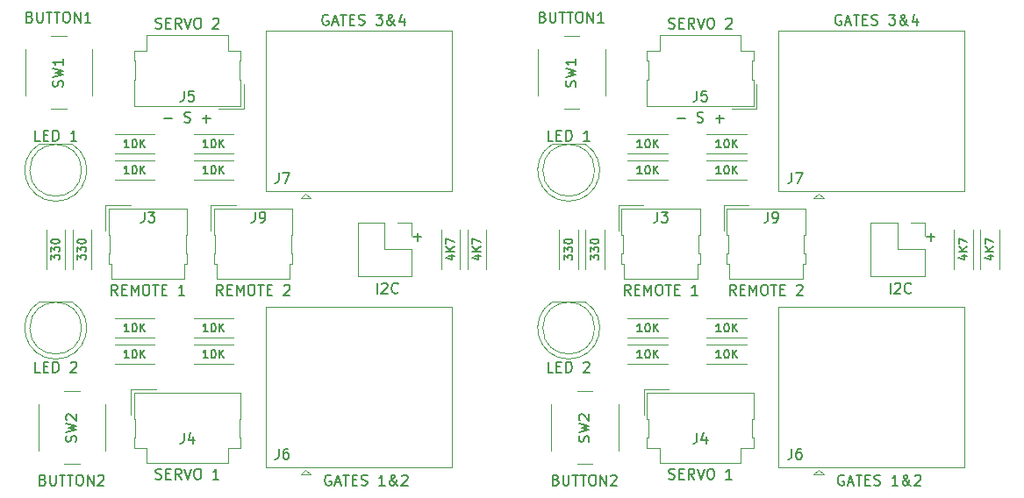
<source format=gto>
%MOIN*%
%OFA0B0*%
%FSLAX46Y46*%
%IPPOS*%
%LPD*%
%ADD10C,0.005905511811023622*%
%ADD11C,0.0047244094488188976*%
%ADD22C,0.005905511811023622*%
%ADD23C,0.0047244094488188976*%
%LPD*%
G01*
D10*
X0000586295Y0001533408D02*
X0000616291Y0001533408D01*
X0000663160Y0001520285D02*
X0000668785Y0001518410D01*
X0000678158Y0001518410D01*
X0000681908Y0001520285D01*
X0000683783Y0001522159D01*
X0000685658Y0001525909D01*
X0000685658Y0001529658D01*
X0000683783Y0001533408D01*
X0000681908Y0001535283D01*
X0000678158Y0001537157D01*
X0000670659Y0001539032D01*
X0000666910Y0001540907D01*
X0000665035Y0001542782D01*
X0000663160Y0001546531D01*
X0000663160Y0001550281D01*
X0000665035Y0001554030D01*
X0000666910Y0001555905D01*
X0000670659Y0001557780D01*
X0000680033Y0001557780D01*
X0000685658Y0001555905D01*
X0000732527Y0001533408D02*
X0000762523Y0001533408D01*
X0000747525Y0001518410D02*
X0000747525Y0001548406D01*
X0001534411Y0001083408D02*
X0001564407Y0001083408D01*
X0001549409Y0001068410D02*
X0001549409Y0001098406D01*
D11*
X0000850000Y0000599999D02*
X0000698818Y0000599999D01*
X0000850000Y0000672440D02*
X0000698818Y0000672440D01*
X0000210629Y0001111810D02*
X0000210629Y0000960629D01*
X0000138188Y0001111810D02*
X0000138188Y0000960629D01*
X0000238188Y0000960629D02*
X0000238188Y0001111810D01*
X0000310629Y0000960629D02*
X0000310629Y0001111810D01*
X0000549999Y0000599999D02*
X0000398818Y0000599999D01*
X0000549999Y0000672440D02*
X0000398818Y0000672440D01*
X0000549999Y0000700000D02*
X0000398818Y0000700000D01*
X0000549999Y0000772440D02*
X0000398818Y0000772440D01*
X0000850000Y0000700000D02*
X0000698818Y0000700000D01*
X0000850000Y0000772440D02*
X0000698818Y0000772440D01*
X0000850000Y0001299999D02*
X0000698818Y0001299999D01*
X0000850000Y0001372440D02*
X0000698818Y0001372440D01*
X0000549999Y0001299999D02*
X0000398818Y0001299999D01*
X0000549999Y0001372440D02*
X0000398818Y0001372440D01*
X0000850000Y0001400000D02*
X0000698818Y0001400000D01*
X0000850000Y0001472440D02*
X0000698818Y0001472440D01*
X0000549999Y0001400000D02*
X0000398818Y0001400000D01*
X0000549999Y0001472440D02*
X0000398818Y0001472440D01*
X0000235236Y0001437007D02*
X0000113582Y0001437007D01*
X0000272834Y0001336220D02*
G75*
G03*
X0000272834Y0001336220I-0000098425D01*
G01*
X0000174427Y0001218503D02*
G75*
G02*
X0000113589Y0001437007I-0000000018J0000117716D01*
G01*
X0000174391Y0001218503D02*
G75*
G03*
X0000235229Y0001437007I0000000018J0000117716D01*
G01*
X0000272834Y0000736220D02*
G75*
G03*
X0000272834Y0000736220I-0000098425D01*
G01*
X0000235236Y0000837007D02*
X0000113582Y0000837007D01*
X0000174391Y0000618503D02*
G75*
G03*
X0000235229Y0000837007I0000000018J0000117716D01*
G01*
X0000174427Y0000618503D02*
G75*
G02*
X0000113589Y0000837007I-0000000018J0000117716D01*
G01*
X0001322047Y0001138582D02*
X0001424409Y0001138582D01*
X0001322047Y0001138582D02*
X0001322047Y0000933858D01*
X0001322047Y0000933858D02*
X0001526771Y0000933858D01*
X0001526771Y0001036220D02*
X0001526771Y0000933858D01*
X0001424409Y0001036220D02*
X0001526771Y0001036220D01*
X0001424409Y0001138582D02*
X0001424409Y0001036220D01*
X0001526771Y0001138582D02*
X0001526771Y0001086220D01*
X0001474409Y0001138582D02*
X0001526771Y0001138582D01*
X0000362992Y0001202755D02*
X0000457873Y0001202755D01*
X0000362992Y0001107874D02*
X0000362992Y0001202755D01*
X0000674015Y0001190944D02*
X0000374803Y0001190944D01*
X0000674015Y0001091338D02*
X0000674015Y0001190944D01*
X0000668897Y0001091338D02*
X0000674015Y0001091338D01*
X0000668897Y0001020078D02*
X0000668897Y0001091338D01*
X0000674015Y0001020078D02*
X0000668897Y0001020078D01*
X0000674015Y0000981496D02*
X0000674015Y0001020078D01*
X0000663779Y0000981496D02*
X0000674015Y0000981496D01*
X0000663779Y0000922440D02*
X0000663779Y0000981496D01*
X0000385039Y0000922440D02*
X0000663779Y0000922440D01*
X0000385039Y0000981496D02*
X0000385039Y0000922440D01*
X0000374803Y0000981496D02*
X0000385039Y0000981496D01*
X0000374803Y0001020078D02*
X0000374803Y0000981496D01*
X0000379921Y0001020078D02*
X0000374803Y0001020078D01*
X0000379921Y0001091338D02*
X0000379921Y0001020078D01*
X0000374803Y0001091338D02*
X0000379921Y0001091338D01*
X0000374803Y0001190944D02*
X0000374803Y0001091338D01*
X0000471653Y0000490944D02*
X0000471653Y0000391338D01*
X0000471653Y0000391338D02*
X0000476771Y0000391338D01*
X0000476771Y0000391338D02*
X0000476771Y0000320078D01*
X0000476771Y0000320078D02*
X0000471653Y0000320078D01*
X0000471653Y0000320078D02*
X0000471653Y0000281496D01*
X0000471653Y0000281496D02*
X0000520078Y0000281496D01*
X0000520078Y0000281496D02*
X0000520078Y0000222440D01*
X0000520078Y0000222440D02*
X0000828740Y0000222440D01*
X0000828740Y0000222440D02*
X0000828740Y0000281496D01*
X0000828740Y0000281496D02*
X0000877165Y0000281496D01*
X0000877165Y0000281496D02*
X0000877165Y0000320078D01*
X0000877165Y0000320078D02*
X0000872047Y0000320078D01*
X0000872047Y0000320078D02*
X0000872047Y0000391338D01*
X0000872047Y0000391338D02*
X0000877165Y0000391338D01*
X0000877165Y0000391338D02*
X0000877165Y0000490944D01*
X0000877165Y0000490944D02*
X0000471653Y0000490944D01*
X0000459842Y0000407874D02*
X0000459842Y0000502755D01*
X0000459842Y0000502755D02*
X0000554724Y0000502755D01*
X0000888976Y0001569685D02*
X0000794094Y0001569685D01*
X0000888976Y0001664566D02*
X0000888976Y0001569685D01*
X0000471653Y0001581496D02*
X0000877165Y0001581496D01*
X0000471653Y0001681102D02*
X0000471653Y0001581496D01*
X0000476771Y0001681102D02*
X0000471653Y0001681102D01*
X0000476771Y0001752362D02*
X0000476771Y0001681102D01*
X0000471653Y0001752362D02*
X0000476771Y0001752362D01*
X0000471653Y0001790944D02*
X0000471653Y0001752362D01*
X0000520078Y0001790944D02*
X0000471653Y0001790944D01*
X0000520078Y0001849999D02*
X0000520078Y0001790944D01*
X0000828740Y0001849999D02*
X0000520078Y0001849999D01*
X0000828740Y0001790944D02*
X0000828740Y0001849999D01*
X0000877165Y0001790944D02*
X0000828740Y0001790944D01*
X0000877165Y0001752362D02*
X0000877165Y0001790944D01*
X0000872047Y0001752362D02*
X0000877165Y0001752362D01*
X0000872047Y0001681102D02*
X0000872047Y0001752362D01*
X0000877165Y0001681102D02*
X0000872047Y0001681102D01*
X0000877165Y0001581496D02*
X0000877165Y0001681102D01*
X0001144094Y0000178740D02*
X0001124409Y0000198425D01*
X0001104724Y0000178740D02*
X0001144094Y0000178740D01*
X0001124409Y0000198425D02*
X0001104724Y0000178740D01*
X0001678740Y0000205708D02*
X0001678740Y0000816732D01*
X0000971653Y0000816732D02*
X0001678740Y0000816732D01*
X0000971653Y0000816732D02*
X0000971653Y0000205708D01*
X0000971653Y0000205708D02*
X0001678740Y0000205708D01*
X0000971653Y0001255708D02*
X0001678740Y0001255708D01*
X0000971653Y0001866732D02*
X0000971653Y0001255708D01*
X0000971653Y0001866732D02*
X0001678740Y0001866732D01*
X0001678740Y0001255708D02*
X0001678740Y0001866732D01*
X0001124409Y0001248425D02*
X0001104724Y0001228740D01*
X0001104724Y0001228740D02*
X0001144094Y0001228740D01*
X0001144094Y0001228740D02*
X0001124409Y0001248425D01*
X0000774803Y0001190944D02*
X0000774803Y0001091338D01*
X0000774803Y0001091338D02*
X0000779921Y0001091338D01*
X0000779921Y0001091338D02*
X0000779921Y0001020078D01*
X0000779921Y0001020078D02*
X0000774803Y0001020078D01*
X0000774803Y0001020078D02*
X0000774803Y0000981496D01*
X0000774803Y0000981496D02*
X0000785039Y0000981496D01*
X0000785039Y0000981496D02*
X0000785039Y0000922440D01*
X0000785039Y0000922440D02*
X0001063779Y0000922440D01*
X0001063779Y0000922440D02*
X0001063779Y0000981496D01*
X0001063779Y0000981496D02*
X0001074015Y0000981496D01*
X0001074015Y0000981496D02*
X0001074015Y0001020078D01*
X0001074015Y0001020078D02*
X0001068897Y0001020078D01*
X0001068897Y0001020078D02*
X0001068897Y0001091338D01*
X0001068897Y0001091338D02*
X0001074015Y0001091338D01*
X0001074015Y0001091338D02*
X0001074015Y0001190944D01*
X0001074015Y0001190944D02*
X0000774803Y0001190944D01*
X0000762992Y0001107874D02*
X0000762992Y0001202755D01*
X0000762992Y0001202755D02*
X0000857873Y0001202755D01*
X0000057873Y0001796850D02*
X0000057873Y0001619685D01*
X0000215354Y0001846062D02*
X0000156299Y0001846062D01*
X0000313779Y0001619685D02*
X0000313779Y0001796850D01*
X0000156299Y0001570472D02*
X0000215354Y0001570472D01*
X0000206299Y0000220472D02*
X0000265354Y0000220472D01*
X0000363779Y0000269685D02*
X0000363779Y0000446850D01*
X0000265354Y0000496062D02*
X0000206299Y0000496062D01*
X0000107874Y0000446850D02*
X0000107874Y0000269685D01*
X0001638188Y0000960629D02*
X0001638188Y0001111810D01*
X0001710629Y0000960629D02*
X0001710629Y0001111810D01*
X0001810629Y0000960629D02*
X0001810629Y0001111810D01*
X0001738188Y0000960629D02*
X0001738188Y0001111810D01*
D10*
X0000752662Y0000621972D02*
X0000734664Y0000621972D01*
X0000743663Y0000621972D02*
X0000743663Y0000653468D01*
X0000740663Y0000648968D01*
X0000737664Y0000645969D01*
X0000734664Y0000644469D01*
X0000772159Y0000653468D02*
X0000775159Y0000653468D01*
X0000778158Y0000651968D01*
X0000779658Y0000650468D01*
X0000781158Y0000647469D01*
X0000782658Y0000641469D01*
X0000782658Y0000633970D01*
X0000781158Y0000627971D01*
X0000779658Y0000624971D01*
X0000778158Y0000623472D01*
X0000775159Y0000621972D01*
X0000772159Y0000621972D01*
X0000769160Y0000623472D01*
X0000767660Y0000624971D01*
X0000766160Y0000627971D01*
X0000764660Y0000633970D01*
X0000764660Y0000641469D01*
X0000766160Y0000647469D01*
X0000767660Y0000650468D01*
X0000769160Y0000651968D01*
X0000772159Y0000653468D01*
X0000796156Y0000621972D02*
X0000796156Y0000653468D01*
X0000814154Y0000621972D02*
X0000800656Y0000639970D01*
X0000814154Y0000653468D02*
X0000796156Y0000635470D01*
X0000157161Y0000995725D02*
X0000157161Y0001015223D01*
X0000169160Y0001004724D01*
X0000169160Y0001009223D01*
X0000170659Y0001012223D01*
X0000172159Y0001013723D01*
X0000175159Y0001015223D01*
X0000182658Y0001015223D01*
X0000185657Y0001013723D01*
X0000187157Y0001012223D01*
X0000188657Y0001009223D01*
X0000188657Y0001000225D01*
X0000187157Y0000997225D01*
X0000185657Y0000995725D01*
X0000157161Y0001025721D02*
X0000157161Y0001045219D01*
X0000169160Y0001034720D01*
X0000169160Y0001039220D01*
X0000170659Y0001042219D01*
X0000172159Y0001043719D01*
X0000175159Y0001045219D01*
X0000182658Y0001045219D01*
X0000185657Y0001043719D01*
X0000187157Y0001042219D01*
X0000188657Y0001039220D01*
X0000188657Y0001030221D01*
X0000187157Y0001027221D01*
X0000185657Y0001025721D01*
X0000157161Y0001064716D02*
X0000157161Y0001067716D01*
X0000158661Y0001070716D01*
X0000160161Y0001072215D01*
X0000163160Y0001073715D01*
X0000169160Y0001075215D01*
X0000176659Y0001075215D01*
X0000182658Y0001073715D01*
X0000185657Y0001072215D01*
X0000187157Y0001070716D01*
X0000188657Y0001067716D01*
X0000188657Y0001064716D01*
X0000187157Y0001061717D01*
X0000185657Y0001060217D01*
X0000182658Y0001058717D01*
X0000176659Y0001057217D01*
X0000169160Y0001057217D01*
X0000163160Y0001058717D01*
X0000160161Y0001060217D01*
X0000158661Y0001061717D01*
X0000157161Y0001064716D01*
X0000257161Y0000995725D02*
X0000257161Y0001015223D01*
X0000269160Y0001004724D01*
X0000269160Y0001009223D01*
X0000270659Y0001012223D01*
X0000272159Y0001013723D01*
X0000275159Y0001015223D01*
X0000282658Y0001015223D01*
X0000285658Y0001013723D01*
X0000287157Y0001012223D01*
X0000288657Y0001009223D01*
X0000288657Y0001000225D01*
X0000287157Y0000997225D01*
X0000285658Y0000995725D01*
X0000257161Y0001025721D02*
X0000257161Y0001045219D01*
X0000269160Y0001034720D01*
X0000269160Y0001039220D01*
X0000270659Y0001042219D01*
X0000272159Y0001043719D01*
X0000275159Y0001045219D01*
X0000282658Y0001045219D01*
X0000285658Y0001043719D01*
X0000287157Y0001042219D01*
X0000288657Y0001039220D01*
X0000288657Y0001030221D01*
X0000287157Y0001027221D01*
X0000285658Y0001025721D01*
X0000257161Y0001064716D02*
X0000257161Y0001067716D01*
X0000258661Y0001070716D01*
X0000260161Y0001072215D01*
X0000263160Y0001073715D01*
X0000269160Y0001075215D01*
X0000276659Y0001075215D01*
X0000282658Y0001073715D01*
X0000285658Y0001072215D01*
X0000287157Y0001070716D01*
X0000288657Y0001067716D01*
X0000288657Y0001064716D01*
X0000287157Y0001061717D01*
X0000285658Y0001060217D01*
X0000282658Y0001058717D01*
X0000276659Y0001057217D01*
X0000269160Y0001057217D01*
X0000263160Y0001058717D01*
X0000260161Y0001060217D01*
X0000258661Y0001061717D01*
X0000257161Y0001064716D01*
X0000452662Y0000621972D02*
X0000434664Y0000621972D01*
X0000443663Y0000621972D02*
X0000443663Y0000653468D01*
X0000440663Y0000648968D01*
X0000437664Y0000645969D01*
X0000434664Y0000644469D01*
X0000472159Y0000653468D02*
X0000475159Y0000653468D01*
X0000478158Y0000651968D01*
X0000479658Y0000650468D01*
X0000481158Y0000647469D01*
X0000482658Y0000641469D01*
X0000482658Y0000633970D01*
X0000481158Y0000627971D01*
X0000479658Y0000624971D01*
X0000478158Y0000623472D01*
X0000475159Y0000621972D01*
X0000472159Y0000621972D01*
X0000469160Y0000623472D01*
X0000467660Y0000624971D01*
X0000466160Y0000627971D01*
X0000464660Y0000633970D01*
X0000464660Y0000641469D01*
X0000466160Y0000647469D01*
X0000467660Y0000650468D01*
X0000469160Y0000651968D01*
X0000472159Y0000653468D01*
X0000496156Y0000621972D02*
X0000496156Y0000653468D01*
X0000514154Y0000621972D02*
X0000500656Y0000639970D01*
X0000514154Y0000653468D02*
X0000496156Y0000635470D01*
X0000452662Y0000721972D02*
X0000434664Y0000721972D01*
X0000443663Y0000721972D02*
X0000443663Y0000753468D01*
X0000440663Y0000748968D01*
X0000437664Y0000745969D01*
X0000434664Y0000744469D01*
X0000472159Y0000753468D02*
X0000475159Y0000753468D01*
X0000478158Y0000751968D01*
X0000479658Y0000750468D01*
X0000481158Y0000747469D01*
X0000482658Y0000741469D01*
X0000482658Y0000733970D01*
X0000481158Y0000727971D01*
X0000479658Y0000724971D01*
X0000478158Y0000723472D01*
X0000475159Y0000721972D01*
X0000472159Y0000721972D01*
X0000469160Y0000723472D01*
X0000467660Y0000724971D01*
X0000466160Y0000727971D01*
X0000464660Y0000733970D01*
X0000464660Y0000741469D01*
X0000466160Y0000747469D01*
X0000467660Y0000750468D01*
X0000469160Y0000751968D01*
X0000472159Y0000753468D01*
X0000496156Y0000721972D02*
X0000496156Y0000753468D01*
X0000514154Y0000721972D02*
X0000500656Y0000739970D01*
X0000514154Y0000753468D02*
X0000496156Y0000735470D01*
X0000752662Y0000721972D02*
X0000734664Y0000721972D01*
X0000743663Y0000721972D02*
X0000743663Y0000753468D01*
X0000740663Y0000748968D01*
X0000737664Y0000745969D01*
X0000734664Y0000744469D01*
X0000772159Y0000753468D02*
X0000775159Y0000753468D01*
X0000778158Y0000751968D01*
X0000779658Y0000750468D01*
X0000781158Y0000747469D01*
X0000782658Y0000741469D01*
X0000782658Y0000733970D01*
X0000781158Y0000727971D01*
X0000779658Y0000724971D01*
X0000778158Y0000723472D01*
X0000775159Y0000721972D01*
X0000772159Y0000721972D01*
X0000769160Y0000723472D01*
X0000767660Y0000724971D01*
X0000766160Y0000727971D01*
X0000764660Y0000733970D01*
X0000764660Y0000741469D01*
X0000766160Y0000747469D01*
X0000767660Y0000750468D01*
X0000769160Y0000751968D01*
X0000772159Y0000753468D01*
X0000796156Y0000721972D02*
X0000796156Y0000753468D01*
X0000814154Y0000721972D02*
X0000800656Y0000739970D01*
X0000814154Y0000753468D02*
X0000796156Y0000735470D01*
X0000752662Y0001321972D02*
X0000734664Y0001321972D01*
X0000743663Y0001321972D02*
X0000743663Y0001353468D01*
X0000740663Y0001348968D01*
X0000737664Y0001345969D01*
X0000734664Y0001344469D01*
X0000772159Y0001353468D02*
X0000775159Y0001353468D01*
X0000778158Y0001351968D01*
X0000779658Y0001350468D01*
X0000781158Y0001347469D01*
X0000782658Y0001341469D01*
X0000782658Y0001333970D01*
X0000781158Y0001327971D01*
X0000779658Y0001324971D01*
X0000778158Y0001323472D01*
X0000775159Y0001321972D01*
X0000772159Y0001321972D01*
X0000769160Y0001323472D01*
X0000767660Y0001324971D01*
X0000766160Y0001327971D01*
X0000764660Y0001333970D01*
X0000764660Y0001341469D01*
X0000766160Y0001347469D01*
X0000767660Y0001350468D01*
X0000769160Y0001351968D01*
X0000772159Y0001353468D01*
X0000796156Y0001321972D02*
X0000796156Y0001353468D01*
X0000814154Y0001321972D02*
X0000800656Y0001339970D01*
X0000814154Y0001353468D02*
X0000796156Y0001335470D01*
X0000452662Y0001321972D02*
X0000434664Y0001321972D01*
X0000443663Y0001321972D02*
X0000443663Y0001353468D01*
X0000440663Y0001348968D01*
X0000437664Y0001345969D01*
X0000434664Y0001344469D01*
X0000472159Y0001353468D02*
X0000475159Y0001353468D01*
X0000478158Y0001351968D01*
X0000479658Y0001350468D01*
X0000481158Y0001347469D01*
X0000482658Y0001341469D01*
X0000482658Y0001333970D01*
X0000481158Y0001327971D01*
X0000479658Y0001324971D01*
X0000478158Y0001323472D01*
X0000475159Y0001321972D01*
X0000472159Y0001321972D01*
X0000469160Y0001323472D01*
X0000467660Y0001324971D01*
X0000466160Y0001327971D01*
X0000464660Y0001333970D01*
X0000464660Y0001341469D01*
X0000466160Y0001347469D01*
X0000467660Y0001350468D01*
X0000469160Y0001351968D01*
X0000472159Y0001353468D01*
X0000496156Y0001321972D02*
X0000496156Y0001353468D01*
X0000514154Y0001321972D02*
X0000500656Y0001339970D01*
X0000514154Y0001353468D02*
X0000496156Y0001335470D01*
X0000752662Y0001421972D02*
X0000734664Y0001421972D01*
X0000743663Y0001421972D02*
X0000743663Y0001453468D01*
X0000740663Y0001448968D01*
X0000737664Y0001445969D01*
X0000734664Y0001444469D01*
X0000772159Y0001453468D02*
X0000775159Y0001453468D01*
X0000778158Y0001451968D01*
X0000779658Y0001450468D01*
X0000781158Y0001447469D01*
X0000782658Y0001441469D01*
X0000782658Y0001433970D01*
X0000781158Y0001427971D01*
X0000779658Y0001424971D01*
X0000778158Y0001423472D01*
X0000775159Y0001421972D01*
X0000772159Y0001421972D01*
X0000769160Y0001423472D01*
X0000767660Y0001424971D01*
X0000766160Y0001427971D01*
X0000764660Y0001433970D01*
X0000764660Y0001441469D01*
X0000766160Y0001447469D01*
X0000767660Y0001450468D01*
X0000769160Y0001451968D01*
X0000772159Y0001453468D01*
X0000796156Y0001421972D02*
X0000796156Y0001453468D01*
X0000814154Y0001421972D02*
X0000800656Y0001439970D01*
X0000814154Y0001453468D02*
X0000796156Y0001435470D01*
X0000452662Y0001421972D02*
X0000434664Y0001421972D01*
X0000443663Y0001421972D02*
X0000443663Y0001453468D01*
X0000440663Y0001448968D01*
X0000437664Y0001445969D01*
X0000434664Y0001444469D01*
X0000472159Y0001453468D02*
X0000475159Y0001453468D01*
X0000478158Y0001451968D01*
X0000479658Y0001450468D01*
X0000481158Y0001447469D01*
X0000482658Y0001441469D01*
X0000482658Y0001433970D01*
X0000481158Y0001427971D01*
X0000479658Y0001424971D01*
X0000478158Y0001423472D01*
X0000475159Y0001421972D01*
X0000472159Y0001421972D01*
X0000469160Y0001423472D01*
X0000467660Y0001424971D01*
X0000466160Y0001427971D01*
X0000464660Y0001433970D01*
X0000464660Y0001441469D01*
X0000466160Y0001447469D01*
X0000467660Y0001450468D01*
X0000469160Y0001451968D01*
X0000472159Y0001453468D01*
X0000496156Y0001421972D02*
X0000496156Y0001453468D01*
X0000514154Y0001421972D02*
X0000500656Y0001439970D01*
X0000514154Y0001453468D02*
X0000496156Y0001435470D01*
X0000115354Y0001448410D02*
X0000096606Y0001448410D01*
X0000096606Y0001487780D01*
X0000128477Y0001469032D02*
X0000141600Y0001469032D01*
X0000147225Y0001448410D02*
X0000128477Y0001448410D01*
X0000128477Y0001487780D01*
X0000147225Y0001487780D01*
X0000164098Y0001448410D02*
X0000164098Y0001487780D01*
X0000173472Y0001487780D01*
X0000179096Y0001485905D01*
X0000182845Y0001482155D01*
X0000184720Y0001478406D01*
X0000186595Y0001470907D01*
X0000186595Y0001465283D01*
X0000184720Y0001457784D01*
X0000182845Y0001454034D01*
X0000179096Y0001450285D01*
X0000173472Y0001448410D01*
X0000164098Y0001448410D01*
X0000254086Y0001448410D02*
X0000231589Y0001448410D01*
X0000242838Y0001448410D02*
X0000242838Y0001487780D01*
X0000239088Y0001482155D01*
X0000235339Y0001478406D01*
X0000231589Y0001476531D01*
X0000115354Y0000568410D02*
X0000096606Y0000568410D01*
X0000096606Y0000607780D01*
X0000128477Y0000589032D02*
X0000141600Y0000589032D01*
X0000147225Y0000568410D02*
X0000128477Y0000568410D01*
X0000128477Y0000607780D01*
X0000147225Y0000607780D01*
X0000164098Y0000568410D02*
X0000164098Y0000607780D01*
X0000173472Y0000607780D01*
X0000179096Y0000605905D01*
X0000182845Y0000602155D01*
X0000184720Y0000598406D01*
X0000186595Y0000590907D01*
X0000186595Y0000585283D01*
X0000184720Y0000577784D01*
X0000182845Y0000574034D01*
X0000179096Y0000570285D01*
X0000173472Y0000568410D01*
X0000164098Y0000568410D01*
X0000231589Y0000604030D02*
X0000233464Y0000605905D01*
X0000237214Y0000607780D01*
X0000246587Y0000607780D01*
X0000250337Y0000605905D01*
X0000252212Y0000604030D01*
X0000254086Y0000600281D01*
X0000254086Y0000596531D01*
X0000252212Y0000590907D01*
X0000229714Y0000568410D01*
X0000254086Y0000568410D01*
X0001395976Y0000868410D02*
X0001395976Y0000907780D01*
X0001412849Y0000904030D02*
X0001414724Y0000905905D01*
X0001418473Y0000907780D01*
X0001427847Y0000907780D01*
X0001431597Y0000905905D01*
X0001433472Y0000904030D01*
X0001435346Y0000900281D01*
X0001435346Y0000896531D01*
X0001433472Y0000890907D01*
X0001410974Y0000868410D01*
X0001435346Y0000868410D01*
X0001474716Y0000872159D02*
X0001472842Y0000870284D01*
X0001467217Y0000868410D01*
X0001463468Y0000868410D01*
X0001457843Y0000870284D01*
X0001454094Y0000874034D01*
X0001452219Y0000877784D01*
X0001450344Y0000885283D01*
X0001450344Y0000890907D01*
X0001452219Y0000898406D01*
X0001454094Y0000902155D01*
X0001457843Y0000905905D01*
X0001463468Y0000907780D01*
X0001467217Y0000907780D01*
X0001472842Y0000905905D01*
X0001474716Y0000904030D01*
X0000511286Y0001177780D02*
X0000511286Y0001149658D01*
X0000509411Y0001144034D01*
X0000505661Y0001140285D01*
X0000500037Y0001138410D01*
X0000496287Y0001138410D01*
X0000526284Y0001177780D02*
X0000550656Y0001177780D01*
X0000537532Y0001162782D01*
X0000543157Y0001162782D01*
X0000546906Y0001160907D01*
X0000548781Y0001159032D01*
X0000550656Y0001155283D01*
X0000550656Y0001145909D01*
X0000548781Y0001142159D01*
X0000546906Y0001140285D01*
X0000543157Y0001138410D01*
X0000531908Y0001138410D01*
X0000528158Y0001140285D01*
X0000526284Y0001142159D01*
X0000409111Y0000861717D02*
X0000395987Y0000880464D01*
X0000386614Y0000861717D02*
X0000386614Y0000901087D01*
X0000401612Y0000901087D01*
X0000405361Y0000899212D01*
X0000407236Y0000897337D01*
X0000409111Y0000893588D01*
X0000409111Y0000887964D01*
X0000407236Y0000884214D01*
X0000405361Y0000882339D01*
X0000401612Y0000880464D01*
X0000386614Y0000880464D01*
X0000425984Y0000882339D02*
X0000439107Y0000882339D01*
X0000444731Y0000861717D02*
X0000425984Y0000861717D01*
X0000425984Y0000901087D01*
X0000444731Y0000901087D01*
X0000461604Y0000861717D02*
X0000461604Y0000901087D01*
X0000474728Y0000872965D01*
X0000487851Y0000901087D01*
X0000487851Y0000861717D01*
X0000514098Y0000901087D02*
X0000521597Y0000901087D01*
X0000525346Y0000899212D01*
X0000529096Y0000895463D01*
X0000530971Y0000887964D01*
X0000530971Y0000874840D01*
X0000529096Y0000867341D01*
X0000525346Y0000863592D01*
X0000521597Y0000861717D01*
X0000514098Y0000861717D01*
X0000510348Y0000863592D01*
X0000506599Y0000867341D01*
X0000504724Y0000874840D01*
X0000504724Y0000887964D01*
X0000506599Y0000895463D01*
X0000510348Y0000899212D01*
X0000514098Y0000901087D01*
X0000542219Y0000901087D02*
X0000564716Y0000901087D01*
X0000553468Y0000861717D02*
X0000553468Y0000901087D01*
X0000577840Y0000882339D02*
X0000590963Y0000882339D01*
X0000596587Y0000861717D02*
X0000577840Y0000861717D01*
X0000577840Y0000901087D01*
X0000596587Y0000901087D01*
X0000664079Y0000861717D02*
X0000641582Y0000861717D01*
X0000652830Y0000861717D02*
X0000652830Y0000901087D01*
X0000649081Y0000895463D01*
X0000645331Y0000891713D01*
X0000641582Y0000889838D01*
X0000661286Y0000337780D02*
X0000661286Y0000309658D01*
X0000659411Y0000304034D01*
X0000655661Y0000300285D01*
X0000650037Y0000298410D01*
X0000646287Y0000298410D01*
X0000696906Y0000324656D02*
X0000696906Y0000298410D01*
X0000687532Y0000339655D02*
X0000678158Y0000311533D01*
X0000702530Y0000311533D01*
X0000554424Y0000163592D02*
X0000560048Y0000161717D01*
X0000569422Y0000161717D01*
X0000573172Y0000163592D01*
X0000575046Y0000165466D01*
X0000576921Y0000169216D01*
X0000576921Y0000172965D01*
X0000575046Y0000176715D01*
X0000573172Y0000178590D01*
X0000569422Y0000180464D01*
X0000561923Y0000182339D01*
X0000558173Y0000184214D01*
X0000556299Y0000186089D01*
X0000554424Y0000189838D01*
X0000554424Y0000193588D01*
X0000556299Y0000197337D01*
X0000558173Y0000199212D01*
X0000561923Y0000201087D01*
X0000571297Y0000201087D01*
X0000576921Y0000199212D01*
X0000593794Y0000182339D02*
X0000606917Y0000182339D01*
X0000612542Y0000161717D02*
X0000593794Y0000161717D01*
X0000593794Y0000201087D01*
X0000612542Y0000201087D01*
X0000651912Y0000161717D02*
X0000638788Y0000180464D01*
X0000629415Y0000161717D02*
X0000629415Y0000201087D01*
X0000644413Y0000201087D01*
X0000648162Y0000199212D01*
X0000650037Y0000197337D01*
X0000651912Y0000193588D01*
X0000651912Y0000187963D01*
X0000650037Y0000184214D01*
X0000648162Y0000182339D01*
X0000644413Y0000180464D01*
X0000629415Y0000180464D01*
X0000663160Y0000201087D02*
X0000676284Y0000161717D01*
X0000689407Y0000201087D01*
X0000710029Y0000201087D02*
X0000717529Y0000201087D01*
X0000721278Y0000199212D01*
X0000725028Y0000195463D01*
X0000726902Y0000187963D01*
X0000726902Y0000174840D01*
X0000725028Y0000167341D01*
X0000721278Y0000163592D01*
X0000717529Y0000161717D01*
X0000710029Y0000161717D01*
X0000706280Y0000163592D01*
X0000702530Y0000167341D01*
X0000700656Y0000174840D01*
X0000700656Y0000187963D01*
X0000702530Y0000195463D01*
X0000706280Y0000199212D01*
X0000710029Y0000201087D01*
X0000794394Y0000161717D02*
X0000771897Y0000161717D01*
X0000783145Y0000161717D02*
X0000783145Y0000201087D01*
X0000779396Y0000195463D01*
X0000775646Y0000191713D01*
X0000771897Y0000189838D01*
X0000661286Y0001637780D02*
X0000661286Y0001609658D01*
X0000659411Y0001604034D01*
X0000655661Y0001600285D01*
X0000650037Y0001598410D01*
X0000646287Y0001598410D01*
X0000698781Y0001637780D02*
X0000680033Y0001637780D01*
X0000678158Y0001619032D01*
X0000680033Y0001620907D01*
X0000683783Y0001622782D01*
X0000693157Y0001622782D01*
X0000696906Y0001620907D01*
X0000698781Y0001619032D01*
X0000700656Y0001615283D01*
X0000700656Y0001605909D01*
X0000698781Y0001602159D01*
X0000696906Y0001600285D01*
X0000693157Y0001598410D01*
X0000683783Y0001598410D01*
X0000680033Y0001600285D01*
X0000678158Y0001602159D01*
X0000554424Y0001876977D02*
X0000560048Y0001875103D01*
X0000569422Y0001875103D01*
X0000573172Y0001876977D01*
X0000575046Y0001878852D01*
X0000576921Y0001882602D01*
X0000576921Y0001886351D01*
X0000575046Y0001890101D01*
X0000573172Y0001891976D01*
X0000569422Y0001893850D01*
X0000561923Y0001895725D01*
X0000558173Y0001897600D01*
X0000556299Y0001899475D01*
X0000554424Y0001903224D01*
X0000554424Y0001906974D01*
X0000556299Y0001910723D01*
X0000558173Y0001912598D01*
X0000561923Y0001914473D01*
X0000571297Y0001914473D01*
X0000576921Y0001912598D01*
X0000593794Y0001895725D02*
X0000606917Y0001895725D01*
X0000612542Y0001875103D02*
X0000593794Y0001875103D01*
X0000593794Y0001914473D01*
X0000612542Y0001914473D01*
X0000651912Y0001875103D02*
X0000638788Y0001893850D01*
X0000629415Y0001875103D02*
X0000629415Y0001914473D01*
X0000644413Y0001914473D01*
X0000648162Y0001912598D01*
X0000650037Y0001910723D01*
X0000651912Y0001906974D01*
X0000651912Y0001901349D01*
X0000650037Y0001897600D01*
X0000648162Y0001895725D01*
X0000644413Y0001893850D01*
X0000629415Y0001893850D01*
X0000663160Y0001914473D02*
X0000676284Y0001875103D01*
X0000689407Y0001914473D01*
X0000710029Y0001914473D02*
X0000717529Y0001914473D01*
X0000721278Y0001912598D01*
X0000725028Y0001908848D01*
X0000726902Y0001901349D01*
X0000726902Y0001888226D01*
X0000725028Y0001880727D01*
X0000721278Y0001876977D01*
X0000717529Y0001875103D01*
X0000710029Y0001875103D01*
X0000706280Y0001876977D01*
X0000702530Y0001880727D01*
X0000700656Y0001888226D01*
X0000700656Y0001901349D01*
X0000702530Y0001908848D01*
X0000706280Y0001912598D01*
X0000710029Y0001914473D01*
X0000771897Y0001910723D02*
X0000773771Y0001912598D01*
X0000777521Y0001914473D01*
X0000786895Y0001914473D01*
X0000790644Y0001912598D01*
X0000792519Y0001910723D01*
X0000794394Y0001906974D01*
X0000794394Y0001903224D01*
X0000792519Y0001897600D01*
X0000770022Y0001875103D01*
X0000794394Y0001875103D01*
X0001021286Y0000277780D02*
X0001021286Y0000249658D01*
X0001019411Y0000244034D01*
X0001015661Y0000240285D01*
X0001010037Y0000238410D01*
X0001006287Y0000238410D01*
X0001056906Y0000277780D02*
X0001049407Y0000277780D01*
X0001045658Y0000275905D01*
X0001043783Y0000274030D01*
X0001040033Y0000268406D01*
X0001038158Y0000260907D01*
X0001038158Y0000245909D01*
X0001040033Y0000242159D01*
X0001041908Y0000240285D01*
X0001045658Y0000238410D01*
X0001053157Y0000238410D01*
X0001056906Y0000240285D01*
X0001058781Y0000242159D01*
X0001060656Y0000245909D01*
X0001060656Y0000255283D01*
X0001058781Y0000259032D01*
X0001056906Y0000260907D01*
X0001053157Y0000262782D01*
X0001045658Y0000262782D01*
X0001041908Y0000260907D01*
X0001040033Y0000259032D01*
X0001038158Y0000255283D01*
X0001219426Y0000175905D02*
X0001215676Y0000177780D01*
X0001210052Y0000177780D01*
X0001204428Y0000175905D01*
X0001200678Y0000172155D01*
X0001198803Y0000168406D01*
X0001196929Y0000160907D01*
X0001196929Y0000155283D01*
X0001198803Y0000147784D01*
X0001200678Y0000144034D01*
X0001204428Y0000140285D01*
X0001210052Y0000138410D01*
X0001213801Y0000138410D01*
X0001219426Y0000140285D01*
X0001221301Y0000142159D01*
X0001221301Y0000155283D01*
X0001213801Y0000155283D01*
X0001236299Y0000149658D02*
X0001255046Y0000149658D01*
X0001232549Y0000138410D02*
X0001245673Y0000177780D01*
X0001258796Y0000138410D01*
X0001266295Y0000177780D02*
X0001288792Y0000177780D01*
X0001277544Y0000138410D02*
X0001277544Y0000177780D01*
X0001301915Y0000159032D02*
X0001315039Y0000159032D01*
X0001320663Y0000138410D02*
X0001301915Y0000138410D01*
X0001301915Y0000177780D01*
X0001320663Y0000177780D01*
X0001335661Y0000140285D02*
X0001341286Y0000138410D01*
X0001350659Y0000138410D01*
X0001354409Y0000140285D01*
X0001356284Y0000142159D01*
X0001358158Y0000145909D01*
X0001358158Y0000149658D01*
X0001356284Y0000153408D01*
X0001354409Y0000155283D01*
X0001350659Y0000157157D01*
X0001343160Y0000159032D01*
X0001339411Y0000160907D01*
X0001337536Y0000162782D01*
X0001335661Y0000166531D01*
X0001335661Y0000170281D01*
X0001337536Y0000174030D01*
X0001339411Y0000175905D01*
X0001343160Y0000177780D01*
X0001352534Y0000177780D01*
X0001358158Y0000175905D01*
X0001425650Y0000138410D02*
X0001403153Y0000138410D01*
X0001414401Y0000138410D02*
X0001414401Y0000177780D01*
X0001410652Y0000172155D01*
X0001406902Y0000168406D01*
X0001403153Y0000166531D01*
X0001474394Y0000138410D02*
X0001472519Y0000138410D01*
X0001468770Y0000140285D01*
X0001463145Y0000145909D01*
X0001453771Y0000157157D01*
X0001450022Y0000162782D01*
X0001448147Y0000168406D01*
X0001448147Y0000172155D01*
X0001450022Y0000175905D01*
X0001453771Y0000177780D01*
X0001455646Y0000177780D01*
X0001459396Y0000175905D01*
X0001461271Y0000172155D01*
X0001461271Y0000170281D01*
X0001459396Y0000166531D01*
X0001457521Y0000164656D01*
X0001446272Y0000157157D01*
X0001444398Y0000155283D01*
X0001442523Y0000151533D01*
X0001442523Y0000145909D01*
X0001444398Y0000142159D01*
X0001446272Y0000140285D01*
X0001450022Y0000138410D01*
X0001455646Y0000138410D01*
X0001459396Y0000140285D01*
X0001461271Y0000142159D01*
X0001466895Y0000149658D01*
X0001468770Y0000155283D01*
X0001468770Y0000159032D01*
X0001489392Y0000174030D02*
X0001491267Y0000175905D01*
X0001495016Y0000177780D01*
X0001504390Y0000177780D01*
X0001508140Y0000175905D01*
X0001510014Y0000174030D01*
X0001511889Y0000170281D01*
X0001511889Y0000166531D01*
X0001510014Y0000160907D01*
X0001487517Y0000138410D01*
X0001511889Y0000138410D01*
X0001021286Y0001327780D02*
X0001021286Y0001299658D01*
X0001019411Y0001294034D01*
X0001015661Y0001290285D01*
X0001010037Y0001288410D01*
X0001006287Y0001288410D01*
X0001036284Y0001327780D02*
X0001062530Y0001327780D01*
X0001045658Y0001288410D01*
X0001209426Y0001925905D02*
X0001205676Y0001927780D01*
X0001200052Y0001927780D01*
X0001194428Y0001925905D01*
X0001190678Y0001922155D01*
X0001188803Y0001918406D01*
X0001186929Y0001910907D01*
X0001186929Y0001905283D01*
X0001188803Y0001897784D01*
X0001190678Y0001894034D01*
X0001194428Y0001890285D01*
X0001200052Y0001888410D01*
X0001203802Y0001888410D01*
X0001209426Y0001890285D01*
X0001211301Y0001892159D01*
X0001211301Y0001905283D01*
X0001203802Y0001905283D01*
X0001226299Y0001899658D02*
X0001245046Y0001899658D01*
X0001222549Y0001888410D02*
X0001235673Y0001927780D01*
X0001248796Y0001888410D01*
X0001256295Y0001927780D02*
X0001278792Y0001927780D01*
X0001267544Y0001888410D02*
X0001267544Y0001927780D01*
X0001291915Y0001909032D02*
X0001305039Y0001909032D01*
X0001310663Y0001888410D02*
X0001291915Y0001888410D01*
X0001291915Y0001927780D01*
X0001310663Y0001927780D01*
X0001325661Y0001890285D02*
X0001331286Y0001888410D01*
X0001340659Y0001888410D01*
X0001344409Y0001890285D01*
X0001346284Y0001892159D01*
X0001348158Y0001895909D01*
X0001348158Y0001899658D01*
X0001346284Y0001903408D01*
X0001344409Y0001905283D01*
X0001340659Y0001907157D01*
X0001333160Y0001909032D01*
X0001329411Y0001910907D01*
X0001327536Y0001912782D01*
X0001325661Y0001916531D01*
X0001325661Y0001920281D01*
X0001327536Y0001924030D01*
X0001329411Y0001925905D01*
X0001333160Y0001927780D01*
X0001342534Y0001927780D01*
X0001348158Y0001925905D01*
X0001391278Y0001927780D02*
X0001415650Y0001927780D01*
X0001402527Y0001912782D01*
X0001408151Y0001912782D01*
X0001411900Y0001910907D01*
X0001413775Y0001909032D01*
X0001415650Y0001905283D01*
X0001415650Y0001895909D01*
X0001413775Y0001892159D01*
X0001411900Y0001890285D01*
X0001408151Y0001888410D01*
X0001396902Y0001888410D01*
X0001393153Y0001890285D01*
X0001391278Y0001892159D01*
X0001464394Y0001888410D02*
X0001462519Y0001888410D01*
X0001458770Y0001890285D01*
X0001453145Y0001895909D01*
X0001443771Y0001907157D01*
X0001440022Y0001912782D01*
X0001438147Y0001918406D01*
X0001438147Y0001922155D01*
X0001440022Y0001925905D01*
X0001443771Y0001927780D01*
X0001445646Y0001927780D01*
X0001449396Y0001925905D01*
X0001451271Y0001922155D01*
X0001451271Y0001920281D01*
X0001449396Y0001916531D01*
X0001447521Y0001914656D01*
X0001436272Y0001907157D01*
X0001434398Y0001905283D01*
X0001432523Y0001901533D01*
X0001432523Y0001895909D01*
X0001434398Y0001892159D01*
X0001436272Y0001890285D01*
X0001440022Y0001888410D01*
X0001445646Y0001888410D01*
X0001449396Y0001890285D01*
X0001451271Y0001892159D01*
X0001456895Y0001899658D01*
X0001458770Y0001905283D01*
X0001458770Y0001909032D01*
X0001498140Y0001914656D02*
X0001498140Y0001888410D01*
X0001488766Y0001929655D02*
X0001479392Y0001901533D01*
X0001503764Y0001901533D01*
X0000931286Y0001177780D02*
X0000931286Y0001149658D01*
X0000929411Y0001144034D01*
X0000925661Y0001140285D01*
X0000920037Y0001138410D01*
X0000916287Y0001138410D01*
X0000951908Y0001138410D02*
X0000959407Y0001138410D01*
X0000963157Y0001140285D01*
X0000965031Y0001142159D01*
X0000968781Y0001147784D01*
X0000970656Y0001155283D01*
X0000970656Y0001170281D01*
X0000968781Y0001174030D01*
X0000966906Y0001175905D01*
X0000963157Y0001177780D01*
X0000955658Y0001177780D01*
X0000951908Y0001175905D01*
X0000950033Y0001174030D01*
X0000948158Y0001170281D01*
X0000948158Y0001160907D01*
X0000950033Y0001157157D01*
X0000951908Y0001155283D01*
X0000955658Y0001153408D01*
X0000963157Y0001153408D01*
X0000966906Y0001155283D01*
X0000968781Y0001157157D01*
X0000970656Y0001160907D01*
X0000809111Y0000861717D02*
X0000795987Y0000880464D01*
X0000786614Y0000861717D02*
X0000786614Y0000901087D01*
X0000801612Y0000901087D01*
X0000805361Y0000899212D01*
X0000807236Y0000897337D01*
X0000809111Y0000893588D01*
X0000809111Y0000887964D01*
X0000807236Y0000884214D01*
X0000805361Y0000882339D01*
X0000801612Y0000880464D01*
X0000786614Y0000880464D01*
X0000825984Y0000882339D02*
X0000839107Y0000882339D01*
X0000844731Y0000861717D02*
X0000825984Y0000861717D01*
X0000825984Y0000901087D01*
X0000844731Y0000901087D01*
X0000861604Y0000861717D02*
X0000861604Y0000901087D01*
X0000874728Y0000872965D01*
X0000887851Y0000901087D01*
X0000887851Y0000861717D01*
X0000914098Y0000901087D02*
X0000921597Y0000901087D01*
X0000925346Y0000899212D01*
X0000929096Y0000895463D01*
X0000930971Y0000887964D01*
X0000930971Y0000874840D01*
X0000929096Y0000867341D01*
X0000925346Y0000863592D01*
X0000921597Y0000861717D01*
X0000914098Y0000861717D01*
X0000910348Y0000863592D01*
X0000906599Y0000867341D01*
X0000904724Y0000874840D01*
X0000904724Y0000887964D01*
X0000906599Y0000895463D01*
X0000910348Y0000899212D01*
X0000914098Y0000901087D01*
X0000942219Y0000901087D02*
X0000964716Y0000901087D01*
X0000953468Y0000861717D02*
X0000953468Y0000901087D01*
X0000977840Y0000882339D02*
X0000990963Y0000882339D01*
X0000996587Y0000861717D02*
X0000977840Y0000861717D01*
X0000977840Y0000901087D01*
X0000996587Y0000901087D01*
X0001041582Y0000897337D02*
X0001043457Y0000899212D01*
X0001047206Y0000901087D01*
X0001056580Y0000901087D01*
X0001060329Y0000899212D01*
X0001062204Y0000897337D01*
X0001064079Y0000893588D01*
X0001064079Y0000889838D01*
X0001062204Y0000884214D01*
X0001039707Y0000861717D01*
X0001064079Y0000861717D01*
X0000200344Y0001653727D02*
X0000202219Y0001659351D01*
X0000202219Y0001668725D01*
X0000200344Y0001672474D01*
X0000198470Y0001674349D01*
X0000194720Y0001676224D01*
X0000190971Y0001676224D01*
X0000187221Y0001674349D01*
X0000185346Y0001672474D01*
X0000183472Y0001668725D01*
X0000181597Y0001661226D01*
X0000179722Y0001657476D01*
X0000177847Y0001655601D01*
X0000174098Y0001653727D01*
X0000170348Y0001653727D01*
X0000166599Y0001655601D01*
X0000164724Y0001657476D01*
X0000162849Y0001661226D01*
X0000162849Y0001670599D01*
X0000164724Y0001676224D01*
X0000162849Y0001689347D02*
X0000202219Y0001698721D01*
X0000174098Y0001706220D01*
X0000202219Y0001713719D01*
X0000162849Y0001723093D01*
X0000202219Y0001758713D02*
X0000202219Y0001736216D01*
X0000202219Y0001747465D02*
X0000162849Y0001747465D01*
X0000168473Y0001743715D01*
X0000172223Y0001739966D01*
X0000174098Y0001736216D01*
X0000076610Y0001919032D02*
X0000082234Y0001917157D01*
X0000084109Y0001915283D01*
X0000085984Y0001911533D01*
X0000085984Y0001905909D01*
X0000084109Y0001902159D01*
X0000082234Y0001900285D01*
X0000078485Y0001898410D01*
X0000063487Y0001898410D01*
X0000063487Y0001937780D01*
X0000076610Y0001937780D01*
X0000080359Y0001935905D01*
X0000082234Y0001934030D01*
X0000084109Y0001930281D01*
X0000084109Y0001926531D01*
X0000082234Y0001922782D01*
X0000080359Y0001920907D01*
X0000076610Y0001919032D01*
X0000063487Y0001919032D01*
X0000102857Y0001937780D02*
X0000102857Y0001905909D01*
X0000104731Y0001902159D01*
X0000106606Y0001900285D01*
X0000110356Y0001898410D01*
X0000117855Y0001898410D01*
X0000121604Y0001900285D01*
X0000123479Y0001902159D01*
X0000125354Y0001905909D01*
X0000125354Y0001937780D01*
X0000138477Y0001937780D02*
X0000160974Y0001937780D01*
X0000149726Y0001898410D02*
X0000149726Y0001937780D01*
X0000168473Y0001937780D02*
X0000190971Y0001937780D01*
X0000179722Y0001898410D02*
X0000179722Y0001937780D01*
X0000211593Y0001937780D02*
X0000219092Y0001937780D01*
X0000222842Y0001935905D01*
X0000226591Y0001932155D01*
X0000228466Y0001924656D01*
X0000228466Y0001911533D01*
X0000226591Y0001904034D01*
X0000222842Y0001900285D01*
X0000219092Y0001898410D01*
X0000211593Y0001898410D01*
X0000207843Y0001900285D01*
X0000204094Y0001904034D01*
X0000202219Y0001911533D01*
X0000202219Y0001924656D01*
X0000204094Y0001932155D01*
X0000207843Y0001935905D01*
X0000211593Y0001937780D01*
X0000245339Y0001898410D02*
X0000245339Y0001937780D01*
X0000267836Y0001898410D01*
X0000267836Y0001937780D01*
X0000307206Y0001898410D02*
X0000284709Y0001898410D01*
X0000295957Y0001898410D02*
X0000295957Y0001937780D01*
X0000292208Y0001932155D01*
X0000288458Y0001928406D01*
X0000284709Y0001926531D01*
X0000250344Y0000303727D02*
X0000252219Y0000309351D01*
X0000252219Y0000318725D01*
X0000250344Y0000322474D01*
X0000248470Y0000324349D01*
X0000244720Y0000326224D01*
X0000240971Y0000326224D01*
X0000237221Y0000324349D01*
X0000235346Y0000322474D01*
X0000233472Y0000318725D01*
X0000231597Y0000311226D01*
X0000229722Y0000307476D01*
X0000227847Y0000305601D01*
X0000224098Y0000303727D01*
X0000220348Y0000303727D01*
X0000216599Y0000305601D01*
X0000214724Y0000307476D01*
X0000212849Y0000311226D01*
X0000212849Y0000320599D01*
X0000214724Y0000326224D01*
X0000212849Y0000339347D02*
X0000252219Y0000348721D01*
X0000224098Y0000356220D01*
X0000252219Y0000363719D01*
X0000212849Y0000373093D01*
X0000216599Y0000386216D02*
X0000214724Y0000388091D01*
X0000212849Y0000391841D01*
X0000212849Y0000401214D01*
X0000214724Y0000404964D01*
X0000216599Y0000406839D01*
X0000220348Y0000408713D01*
X0000224098Y0000408713D01*
X0000229722Y0000406839D01*
X0000252219Y0000384341D01*
X0000252219Y0000408713D01*
X0000126610Y0000159032D02*
X0000132234Y0000157157D01*
X0000134109Y0000155283D01*
X0000135984Y0000151533D01*
X0000135984Y0000145909D01*
X0000134109Y0000142159D01*
X0000132234Y0000140285D01*
X0000128485Y0000138410D01*
X0000113487Y0000138410D01*
X0000113487Y0000177780D01*
X0000126610Y0000177780D01*
X0000130359Y0000175905D01*
X0000132234Y0000174030D01*
X0000134109Y0000170281D01*
X0000134109Y0000166531D01*
X0000132234Y0000162782D01*
X0000130359Y0000160907D01*
X0000126610Y0000159032D01*
X0000113487Y0000159032D01*
X0000152857Y0000177780D02*
X0000152857Y0000145909D01*
X0000154731Y0000142159D01*
X0000156606Y0000140285D01*
X0000160356Y0000138410D01*
X0000167855Y0000138410D01*
X0000171604Y0000140285D01*
X0000173479Y0000142159D01*
X0000175354Y0000145909D01*
X0000175354Y0000177780D01*
X0000188477Y0000177780D02*
X0000210974Y0000177780D01*
X0000199726Y0000138410D02*
X0000199726Y0000177780D01*
X0000218473Y0000177780D02*
X0000240971Y0000177780D01*
X0000229722Y0000138410D02*
X0000229722Y0000177780D01*
X0000261593Y0000177780D02*
X0000269092Y0000177780D01*
X0000272842Y0000175905D01*
X0000276591Y0000172155D01*
X0000278466Y0000164656D01*
X0000278466Y0000151533D01*
X0000276591Y0000144034D01*
X0000272842Y0000140285D01*
X0000269092Y0000138410D01*
X0000261593Y0000138410D01*
X0000257844Y0000140285D01*
X0000254094Y0000144034D01*
X0000252219Y0000151533D01*
X0000252219Y0000164656D01*
X0000254094Y0000172155D01*
X0000257844Y0000175905D01*
X0000261593Y0000177780D01*
X0000295339Y0000138410D02*
X0000295339Y0000177780D01*
X0000317836Y0000138410D01*
X0000317836Y0000177780D01*
X0000334709Y0000174030D02*
X0000336584Y0000175905D01*
X0000340333Y0000177780D01*
X0000349707Y0000177780D01*
X0000353457Y0000175905D01*
X0000355331Y0000174030D01*
X0000357206Y0000170281D01*
X0000357206Y0000166531D01*
X0000355331Y0000160907D01*
X0000332834Y0000138410D01*
X0000357206Y0000138410D01*
X0001667660Y0001011473D02*
X0001688657Y0001011473D01*
X0001655661Y0001003974D02*
X0001678158Y0000996475D01*
X0001678158Y0001015973D01*
X0001688657Y0001027971D02*
X0001657161Y0001027971D01*
X0001688657Y0001045969D02*
X0001670659Y0001032470D01*
X0001657161Y0001045969D02*
X0001675159Y0001027971D01*
X0001657161Y0001056467D02*
X0001657161Y0001077465D01*
X0001688657Y0001063966D01*
X0001767660Y0001011473D02*
X0001788657Y0001011473D01*
X0001755661Y0001003974D02*
X0001778158Y0000996475D01*
X0001778158Y0001015973D01*
X0001788657Y0001027971D02*
X0001757161Y0001027971D01*
X0001788657Y0001045969D02*
X0001770659Y0001032470D01*
X0001757161Y0001045969D02*
X0001775159Y0001027971D01*
X0001757161Y0001056467D02*
X0001757161Y0001077465D01*
X0001788657Y0001063966D01*
G04 next file*
%LPD*%
G04 #@! TF.GenerationSoftware,KiCad,Pcbnew,(5.1.10)-1*
G04 #@! TF.CreationDate,2021-10-24T19:50:33-07:00*
G04 #@! TF.ProjectId,project,70726f6a-6563-4742-9e6b-696361645f70,rev?*
G04 #@! TF.SameCoordinates,Original*
G04 #@! TF.FileFunction,Legend,Top*
G04 #@! TF.FilePolarity,Positive*
G04 Gerber Fmt 4.6, Leading zero omitted, Abs format (unit mm)*
G04 Created by KiCad (PCBNEW (5.1.10)-1) date 2021-10-24 19:50:33*
G01*
G04 APERTURE LIST*
G04 APERTURE END LIST*
D22*
X0002535114Y0001533408D02*
X0002565110Y0001533408D01*
X0002611979Y0001520285D02*
X0002617604Y0001518410D01*
X0002626977Y0001518410D01*
X0002630727Y0001520285D01*
X0002632602Y0001522159D01*
X0002634476Y0001525909D01*
X0002634476Y0001529658D01*
X0002632602Y0001533408D01*
X0002630727Y0001535283D01*
X0002626977Y0001537157D01*
X0002619478Y0001539032D01*
X0002615729Y0001540907D01*
X0002613854Y0001542782D01*
X0002611979Y0001546531D01*
X0002611979Y0001550281D01*
X0002613854Y0001554030D01*
X0002615729Y0001555905D01*
X0002619478Y0001557780D01*
X0002628852Y0001557780D01*
X0002634476Y0001555905D01*
X0002681346Y0001533408D02*
X0002711342Y0001533408D01*
X0002696344Y0001518410D02*
X0002696344Y0001548406D01*
X0003483230Y0001083408D02*
X0003513226Y0001083408D01*
X0003498228Y0001068410D02*
X0003498228Y0001098406D01*
D23*
X0002798818Y0000599999D02*
X0002647637Y0000599999D01*
X0002798818Y0000672440D02*
X0002647637Y0000672440D01*
X0002159448Y0001111810D02*
X0002159448Y0000960629D01*
X0002087007Y0001111810D02*
X0002087007Y0000960629D01*
X0002187007Y0000960629D02*
X0002187007Y0001111810D01*
X0002259448Y0000960629D02*
X0002259448Y0001111810D01*
X0002498818Y0000599999D02*
X0002347637Y0000599999D01*
X0002498818Y0000672440D02*
X0002347637Y0000672440D01*
X0002498818Y0000700000D02*
X0002347637Y0000700000D01*
X0002498818Y0000772440D02*
X0002347637Y0000772440D01*
X0002798818Y0000700000D02*
X0002647637Y0000700000D01*
X0002798818Y0000772440D02*
X0002647637Y0000772440D01*
X0002798818Y0001299999D02*
X0002647637Y0001299999D01*
X0002798818Y0001372440D02*
X0002647637Y0001372440D01*
X0002498818Y0001299999D02*
X0002347637Y0001299999D01*
X0002498818Y0001372440D02*
X0002347637Y0001372440D01*
X0002798818Y0001400000D02*
X0002647637Y0001400000D01*
X0002798818Y0001472440D02*
X0002647637Y0001472440D01*
X0002498818Y0001400000D02*
X0002347637Y0001400000D01*
X0002498818Y0001472440D02*
X0002347637Y0001472440D01*
X0002184055Y0001437007D02*
X0002062401Y0001437007D01*
X0002221653Y0001336220D02*
G75*
G03*
X0002221653Y0001336220I-0000098425D01*
G01*
X0002123246Y0001218503D02*
G75*
G02*
X0002062408Y0001437007I-0000000018J0000117716D01*
G01*
X0002123210Y0001218503D02*
G75*
G03*
X0002184048Y0001437007I0000000018J0000117716D01*
G01*
X0002221653Y0000736220D02*
G75*
G03*
X0002221653Y0000736220I-0000098425D01*
G01*
X0002184055Y0000837007D02*
X0002062401Y0000837007D01*
X0002123210Y0000618503D02*
G75*
G03*
X0002184048Y0000837007I0000000018J0000117716D01*
G01*
X0002123246Y0000618503D02*
G75*
G02*
X0002062408Y0000837007I-0000000018J0000117716D01*
G01*
X0003270866Y0001138582D02*
X0003373228Y0001138582D01*
X0003270866Y0001138582D02*
X0003270866Y0000933858D01*
X0003270866Y0000933858D02*
X0003475590Y0000933858D01*
X0003475590Y0001036220D02*
X0003475590Y0000933858D01*
X0003373228Y0001036220D02*
X0003475590Y0001036220D01*
X0003373228Y0001138582D02*
X0003373228Y0001036220D01*
X0003475590Y0001138582D02*
X0003475590Y0001086220D01*
X0003423228Y0001138582D02*
X0003475590Y0001138582D01*
X0002311811Y0001202755D02*
X0002406692Y0001202755D01*
X0002311811Y0001107874D02*
X0002311811Y0001202755D01*
X0002622834Y0001190944D02*
X0002323622Y0001190944D01*
X0002622834Y0001091338D02*
X0002622834Y0001190944D01*
X0002617716Y0001091338D02*
X0002622834Y0001091338D01*
X0002617716Y0001020078D02*
X0002617716Y0001091338D01*
X0002622834Y0001020078D02*
X0002617716Y0001020078D01*
X0002622834Y0000981496D02*
X0002622834Y0001020078D01*
X0002612598Y0000981496D02*
X0002622834Y0000981496D01*
X0002612598Y0000922440D02*
X0002612598Y0000981496D01*
X0002333858Y0000922440D02*
X0002612598Y0000922440D01*
X0002333858Y0000981496D02*
X0002333858Y0000922440D01*
X0002323622Y0000981496D02*
X0002333858Y0000981496D01*
X0002323622Y0001020078D02*
X0002323622Y0000981496D01*
X0002328740Y0001020078D02*
X0002323622Y0001020078D01*
X0002328740Y0001091338D02*
X0002328740Y0001020078D01*
X0002323622Y0001091338D02*
X0002328740Y0001091338D01*
X0002323622Y0001190944D02*
X0002323622Y0001091338D01*
X0002420472Y0000490944D02*
X0002420472Y0000391338D01*
X0002420472Y0000391338D02*
X0002425590Y0000391338D01*
X0002425590Y0000391338D02*
X0002425590Y0000320078D01*
X0002425590Y0000320078D02*
X0002420472Y0000320078D01*
X0002420472Y0000320078D02*
X0002420472Y0000281496D01*
X0002420472Y0000281496D02*
X0002468897Y0000281496D01*
X0002468897Y0000281496D02*
X0002468897Y0000222440D01*
X0002468897Y0000222440D02*
X0002777559Y0000222440D01*
X0002777559Y0000222440D02*
X0002777559Y0000281496D01*
X0002777559Y0000281496D02*
X0002825984Y0000281496D01*
X0002825984Y0000281496D02*
X0002825984Y0000320078D01*
X0002825984Y0000320078D02*
X0002820866Y0000320078D01*
X0002820866Y0000320078D02*
X0002820866Y0000391338D01*
X0002820866Y0000391338D02*
X0002825984Y0000391338D01*
X0002825984Y0000391338D02*
X0002825984Y0000490944D01*
X0002825984Y0000490944D02*
X0002420472Y0000490944D01*
X0002408661Y0000407874D02*
X0002408661Y0000502755D01*
X0002408661Y0000502755D02*
X0002503543Y0000502755D01*
X0002837795Y0001569685D02*
X0002742913Y0001569685D01*
X0002837795Y0001664566D02*
X0002837795Y0001569685D01*
X0002420472Y0001581496D02*
X0002825984Y0001581496D01*
X0002420472Y0001681102D02*
X0002420472Y0001581496D01*
X0002425590Y0001681102D02*
X0002420472Y0001681102D01*
X0002425590Y0001752362D02*
X0002425590Y0001681102D01*
X0002420472Y0001752362D02*
X0002425590Y0001752362D01*
X0002420472Y0001790944D02*
X0002420472Y0001752362D01*
X0002468897Y0001790944D02*
X0002420472Y0001790944D01*
X0002468897Y0001849999D02*
X0002468897Y0001790944D01*
X0002777559Y0001849999D02*
X0002468897Y0001849999D01*
X0002777559Y0001790944D02*
X0002777559Y0001849999D01*
X0002825984Y0001790944D02*
X0002777559Y0001790944D01*
X0002825984Y0001752362D02*
X0002825984Y0001790944D01*
X0002820866Y0001752362D02*
X0002825984Y0001752362D01*
X0002820866Y0001681102D02*
X0002820866Y0001752362D01*
X0002825984Y0001681102D02*
X0002820866Y0001681102D01*
X0002825984Y0001581496D02*
X0002825984Y0001681102D01*
X0003092913Y0000178740D02*
X0003073228Y0000198425D01*
X0003053543Y0000178740D02*
X0003092913Y0000178740D01*
X0003073228Y0000198425D02*
X0003053543Y0000178740D01*
X0003627559Y0000205708D02*
X0003627559Y0000816732D01*
X0002920472Y0000816732D02*
X0003627559Y0000816732D01*
X0002920472Y0000816732D02*
X0002920472Y0000205708D01*
X0002920472Y0000205708D02*
X0003627559Y0000205708D01*
X0002920472Y0001255708D02*
X0003627559Y0001255708D01*
X0002920472Y0001866732D02*
X0002920472Y0001255708D01*
X0002920472Y0001866732D02*
X0003627559Y0001866732D01*
X0003627559Y0001255708D02*
X0003627559Y0001866732D01*
X0003073228Y0001248425D02*
X0003053543Y0001228740D01*
X0003053543Y0001228740D02*
X0003092913Y0001228740D01*
X0003092913Y0001228740D02*
X0003073228Y0001248425D01*
X0002723622Y0001190944D02*
X0002723622Y0001091338D01*
X0002723622Y0001091338D02*
X0002728740Y0001091338D01*
X0002728740Y0001091338D02*
X0002728740Y0001020078D01*
X0002728740Y0001020078D02*
X0002723622Y0001020078D01*
X0002723622Y0001020078D02*
X0002723622Y0000981496D01*
X0002723622Y0000981496D02*
X0002733858Y0000981496D01*
X0002733858Y0000981496D02*
X0002733858Y0000922440D01*
X0002733858Y0000922440D02*
X0003012598Y0000922440D01*
X0003012598Y0000922440D02*
X0003012598Y0000981496D01*
X0003012598Y0000981496D02*
X0003022834Y0000981496D01*
X0003022834Y0000981496D02*
X0003022834Y0001020078D01*
X0003022834Y0001020078D02*
X0003017716Y0001020078D01*
X0003017716Y0001020078D02*
X0003017716Y0001091338D01*
X0003017716Y0001091338D02*
X0003022834Y0001091338D01*
X0003022834Y0001091338D02*
X0003022834Y0001190944D01*
X0003022834Y0001190944D02*
X0002723622Y0001190944D01*
X0002711811Y0001107874D02*
X0002711811Y0001202755D01*
X0002711811Y0001202755D02*
X0002806692Y0001202755D01*
X0002006692Y0001796850D02*
X0002006692Y0001619685D01*
X0002164173Y0001846062D02*
X0002105118Y0001846062D01*
X0002262598Y0001619685D02*
X0002262598Y0001796850D01*
X0002105118Y0001570472D02*
X0002164173Y0001570472D01*
X0002155118Y0000220472D02*
X0002214173Y0000220472D01*
X0002312598Y0000269685D02*
X0002312598Y0000446850D01*
X0002214173Y0000496062D02*
X0002155118Y0000496062D01*
X0002056692Y0000446850D02*
X0002056692Y0000269685D01*
X0003587007Y0000960629D02*
X0003587007Y0001111810D01*
X0003659448Y0000960629D02*
X0003659448Y0001111810D01*
X0003759448Y0000960629D02*
X0003759448Y0001111810D01*
X0003687007Y0000960629D02*
X0003687007Y0001111810D01*
D22*
X0002701481Y0000621972D02*
X0002683483Y0000621972D01*
X0002692482Y0000621972D02*
X0002692482Y0000653468D01*
X0002689482Y0000648968D01*
X0002686482Y0000645969D01*
X0002683483Y0000644469D01*
X0002720978Y0000653468D02*
X0002723978Y0000653468D01*
X0002726977Y0000651968D01*
X0002728477Y0000650468D01*
X0002729977Y0000647469D01*
X0002731477Y0000641469D01*
X0002731477Y0000633970D01*
X0002729977Y0000627971D01*
X0002728477Y0000624971D01*
X0002726977Y0000623472D01*
X0002723978Y0000621972D01*
X0002720978Y0000621972D01*
X0002717978Y0000623472D01*
X0002716479Y0000624971D01*
X0002714979Y0000627971D01*
X0002713479Y0000633970D01*
X0002713479Y0000641469D01*
X0002714979Y0000647469D01*
X0002716479Y0000650468D01*
X0002717978Y0000651968D01*
X0002720978Y0000653468D01*
X0002744975Y0000621972D02*
X0002744975Y0000653468D01*
X0002762973Y0000621972D02*
X0002749475Y0000639970D01*
X0002762973Y0000653468D02*
X0002744975Y0000635470D01*
X0002105980Y0000995725D02*
X0002105980Y0001015223D01*
X0002117978Y0001004724D01*
X0002117978Y0001009223D01*
X0002119478Y0001012223D01*
X0002120978Y0001013723D01*
X0002123978Y0001015223D01*
X0002131477Y0001015223D01*
X0002134476Y0001013723D01*
X0002135976Y0001012223D01*
X0002137476Y0001009223D01*
X0002137476Y0001000225D01*
X0002135976Y0000997225D01*
X0002134476Y0000995725D01*
X0002105980Y0001025721D02*
X0002105980Y0001045219D01*
X0002117978Y0001034720D01*
X0002117978Y0001039220D01*
X0002119478Y0001042219D01*
X0002120978Y0001043719D01*
X0002123978Y0001045219D01*
X0002131477Y0001045219D01*
X0002134476Y0001043719D01*
X0002135976Y0001042219D01*
X0002137476Y0001039220D01*
X0002137476Y0001030221D01*
X0002135976Y0001027221D01*
X0002134476Y0001025721D01*
X0002105980Y0001064716D02*
X0002105980Y0001067716D01*
X0002107480Y0001070716D01*
X0002108980Y0001072215D01*
X0002111979Y0001073715D01*
X0002117978Y0001075215D01*
X0002125478Y0001075215D01*
X0002131477Y0001073715D01*
X0002134476Y0001072215D01*
X0002135976Y0001070716D01*
X0002137476Y0001067716D01*
X0002137476Y0001064716D01*
X0002135976Y0001061717D01*
X0002134476Y0001060217D01*
X0002131477Y0001058717D01*
X0002125478Y0001057217D01*
X0002117978Y0001057217D01*
X0002111979Y0001058717D01*
X0002108980Y0001060217D01*
X0002107480Y0001061717D01*
X0002105980Y0001064716D01*
X0002205980Y0000995725D02*
X0002205980Y0001015223D01*
X0002217978Y0001004724D01*
X0002217978Y0001009223D01*
X0002219478Y0001012223D01*
X0002220978Y0001013723D01*
X0002223978Y0001015223D01*
X0002231477Y0001015223D01*
X0002234476Y0001013723D01*
X0002235976Y0001012223D01*
X0002237476Y0001009223D01*
X0002237476Y0001000225D01*
X0002235976Y0000997225D01*
X0002234476Y0000995725D01*
X0002205980Y0001025721D02*
X0002205980Y0001045219D01*
X0002217978Y0001034720D01*
X0002217978Y0001039220D01*
X0002219478Y0001042219D01*
X0002220978Y0001043719D01*
X0002223978Y0001045219D01*
X0002231477Y0001045219D01*
X0002234476Y0001043719D01*
X0002235976Y0001042219D01*
X0002237476Y0001039220D01*
X0002237476Y0001030221D01*
X0002235976Y0001027221D01*
X0002234476Y0001025721D01*
X0002205980Y0001064716D02*
X0002205980Y0001067716D01*
X0002207480Y0001070716D01*
X0002208980Y0001072215D01*
X0002211979Y0001073715D01*
X0002217978Y0001075215D01*
X0002225478Y0001075215D01*
X0002231477Y0001073715D01*
X0002234476Y0001072215D01*
X0002235976Y0001070716D01*
X0002237476Y0001067716D01*
X0002237476Y0001064716D01*
X0002235976Y0001061717D01*
X0002234476Y0001060217D01*
X0002231477Y0001058717D01*
X0002225478Y0001057217D01*
X0002217978Y0001057217D01*
X0002211979Y0001058717D01*
X0002208980Y0001060217D01*
X0002207480Y0001061717D01*
X0002205980Y0001064716D01*
X0002401481Y0000621972D02*
X0002383483Y0000621972D01*
X0002392482Y0000621972D02*
X0002392482Y0000653468D01*
X0002389482Y0000648968D01*
X0002386482Y0000645969D01*
X0002383483Y0000644469D01*
X0002420978Y0000653468D02*
X0002423978Y0000653468D01*
X0002426977Y0000651968D01*
X0002428477Y0000650468D01*
X0002429977Y0000647469D01*
X0002431477Y0000641469D01*
X0002431477Y0000633970D01*
X0002429977Y0000627971D01*
X0002428477Y0000624971D01*
X0002426977Y0000623472D01*
X0002423978Y0000621972D01*
X0002420978Y0000621972D01*
X0002417978Y0000623472D01*
X0002416479Y0000624971D01*
X0002414979Y0000627971D01*
X0002413479Y0000633970D01*
X0002413479Y0000641469D01*
X0002414979Y0000647469D01*
X0002416479Y0000650468D01*
X0002417978Y0000651968D01*
X0002420978Y0000653468D01*
X0002444975Y0000621972D02*
X0002444975Y0000653468D01*
X0002462973Y0000621972D02*
X0002449475Y0000639970D01*
X0002462973Y0000653468D02*
X0002444975Y0000635470D01*
X0002401481Y0000721972D02*
X0002383483Y0000721972D01*
X0002392482Y0000721972D02*
X0002392482Y0000753468D01*
X0002389482Y0000748968D01*
X0002386482Y0000745969D01*
X0002383483Y0000744469D01*
X0002420978Y0000753468D02*
X0002423978Y0000753468D01*
X0002426977Y0000751968D01*
X0002428477Y0000750468D01*
X0002429977Y0000747469D01*
X0002431477Y0000741469D01*
X0002431477Y0000733970D01*
X0002429977Y0000727971D01*
X0002428477Y0000724971D01*
X0002426977Y0000723472D01*
X0002423978Y0000721972D01*
X0002420978Y0000721972D01*
X0002417978Y0000723472D01*
X0002416479Y0000724971D01*
X0002414979Y0000727971D01*
X0002413479Y0000733970D01*
X0002413479Y0000741469D01*
X0002414979Y0000747469D01*
X0002416479Y0000750468D01*
X0002417978Y0000751968D01*
X0002420978Y0000753468D01*
X0002444975Y0000721972D02*
X0002444975Y0000753468D01*
X0002462973Y0000721972D02*
X0002449475Y0000739970D01*
X0002462973Y0000753468D02*
X0002444975Y0000735470D01*
X0002701481Y0000721972D02*
X0002683483Y0000721972D01*
X0002692482Y0000721972D02*
X0002692482Y0000753468D01*
X0002689482Y0000748968D01*
X0002686482Y0000745969D01*
X0002683483Y0000744469D01*
X0002720978Y0000753468D02*
X0002723978Y0000753468D01*
X0002726977Y0000751968D01*
X0002728477Y0000750468D01*
X0002729977Y0000747469D01*
X0002731477Y0000741469D01*
X0002731477Y0000733970D01*
X0002729977Y0000727971D01*
X0002728477Y0000724971D01*
X0002726977Y0000723472D01*
X0002723978Y0000721972D01*
X0002720978Y0000721972D01*
X0002717978Y0000723472D01*
X0002716479Y0000724971D01*
X0002714979Y0000727971D01*
X0002713479Y0000733970D01*
X0002713479Y0000741469D01*
X0002714979Y0000747469D01*
X0002716479Y0000750468D01*
X0002717978Y0000751968D01*
X0002720978Y0000753468D01*
X0002744975Y0000721972D02*
X0002744975Y0000753468D01*
X0002762973Y0000721972D02*
X0002749475Y0000739970D01*
X0002762973Y0000753468D02*
X0002744975Y0000735470D01*
X0002701481Y0001321972D02*
X0002683483Y0001321972D01*
X0002692482Y0001321972D02*
X0002692482Y0001353468D01*
X0002689482Y0001348968D01*
X0002686482Y0001345969D01*
X0002683483Y0001344469D01*
X0002720978Y0001353468D02*
X0002723978Y0001353468D01*
X0002726977Y0001351968D01*
X0002728477Y0001350468D01*
X0002729977Y0001347469D01*
X0002731477Y0001341469D01*
X0002731477Y0001333970D01*
X0002729977Y0001327971D01*
X0002728477Y0001324971D01*
X0002726977Y0001323472D01*
X0002723978Y0001321972D01*
X0002720978Y0001321972D01*
X0002717978Y0001323472D01*
X0002716479Y0001324971D01*
X0002714979Y0001327971D01*
X0002713479Y0001333970D01*
X0002713479Y0001341469D01*
X0002714979Y0001347469D01*
X0002716479Y0001350468D01*
X0002717978Y0001351968D01*
X0002720978Y0001353468D01*
X0002744975Y0001321972D02*
X0002744975Y0001353468D01*
X0002762973Y0001321972D02*
X0002749475Y0001339970D01*
X0002762973Y0001353468D02*
X0002744975Y0001335470D01*
X0002401481Y0001321972D02*
X0002383483Y0001321972D01*
X0002392482Y0001321972D02*
X0002392482Y0001353468D01*
X0002389482Y0001348968D01*
X0002386482Y0001345969D01*
X0002383483Y0001344469D01*
X0002420978Y0001353468D02*
X0002423978Y0001353468D01*
X0002426977Y0001351968D01*
X0002428477Y0001350468D01*
X0002429977Y0001347469D01*
X0002431477Y0001341469D01*
X0002431477Y0001333970D01*
X0002429977Y0001327971D01*
X0002428477Y0001324971D01*
X0002426977Y0001323472D01*
X0002423978Y0001321972D01*
X0002420978Y0001321972D01*
X0002417978Y0001323472D01*
X0002416479Y0001324971D01*
X0002414979Y0001327971D01*
X0002413479Y0001333970D01*
X0002413479Y0001341469D01*
X0002414979Y0001347469D01*
X0002416479Y0001350468D01*
X0002417978Y0001351968D01*
X0002420978Y0001353468D01*
X0002444975Y0001321972D02*
X0002444975Y0001353468D01*
X0002462973Y0001321972D02*
X0002449475Y0001339970D01*
X0002462973Y0001353468D02*
X0002444975Y0001335470D01*
X0002701481Y0001421972D02*
X0002683483Y0001421972D01*
X0002692482Y0001421972D02*
X0002692482Y0001453468D01*
X0002689482Y0001448968D01*
X0002686482Y0001445969D01*
X0002683483Y0001444469D01*
X0002720978Y0001453468D02*
X0002723978Y0001453468D01*
X0002726977Y0001451968D01*
X0002728477Y0001450468D01*
X0002729977Y0001447469D01*
X0002731477Y0001441469D01*
X0002731477Y0001433970D01*
X0002729977Y0001427971D01*
X0002728477Y0001424971D01*
X0002726977Y0001423472D01*
X0002723978Y0001421972D01*
X0002720978Y0001421972D01*
X0002717978Y0001423472D01*
X0002716479Y0001424971D01*
X0002714979Y0001427971D01*
X0002713479Y0001433970D01*
X0002713479Y0001441469D01*
X0002714979Y0001447469D01*
X0002716479Y0001450468D01*
X0002717978Y0001451968D01*
X0002720978Y0001453468D01*
X0002744975Y0001421972D02*
X0002744975Y0001453468D01*
X0002762973Y0001421972D02*
X0002749475Y0001439970D01*
X0002762973Y0001453468D02*
X0002744975Y0001435470D01*
X0002401481Y0001421972D02*
X0002383483Y0001421972D01*
X0002392482Y0001421972D02*
X0002392482Y0001453468D01*
X0002389482Y0001448968D01*
X0002386482Y0001445969D01*
X0002383483Y0001444469D01*
X0002420978Y0001453468D02*
X0002423978Y0001453468D01*
X0002426977Y0001451968D01*
X0002428477Y0001450468D01*
X0002429977Y0001447469D01*
X0002431477Y0001441469D01*
X0002431477Y0001433970D01*
X0002429977Y0001427971D01*
X0002428477Y0001424971D01*
X0002426977Y0001423472D01*
X0002423978Y0001421972D01*
X0002420978Y0001421972D01*
X0002417978Y0001423472D01*
X0002416479Y0001424971D01*
X0002414979Y0001427971D01*
X0002413479Y0001433970D01*
X0002413479Y0001441469D01*
X0002414979Y0001447469D01*
X0002416479Y0001450468D01*
X0002417978Y0001451968D01*
X0002420978Y0001453468D01*
X0002444975Y0001421972D02*
X0002444975Y0001453468D01*
X0002462973Y0001421972D02*
X0002449475Y0001439970D01*
X0002462973Y0001453468D02*
X0002444975Y0001435470D01*
X0002064173Y0001448410D02*
X0002045425Y0001448410D01*
X0002045425Y0001487780D01*
X0002077296Y0001469032D02*
X0002090419Y0001469032D01*
X0002096044Y0001448410D02*
X0002077296Y0001448410D01*
X0002077296Y0001487780D01*
X0002096044Y0001487780D01*
X0002112917Y0001448410D02*
X0002112917Y0001487780D01*
X0002122290Y0001487780D01*
X0002127915Y0001485905D01*
X0002131664Y0001482155D01*
X0002133539Y0001478406D01*
X0002135414Y0001470907D01*
X0002135414Y0001465283D01*
X0002133539Y0001457784D01*
X0002131664Y0001454034D01*
X0002127915Y0001450285D01*
X0002122290Y0001448410D01*
X0002112917Y0001448410D01*
X0002202905Y0001448410D02*
X0002180408Y0001448410D01*
X0002191657Y0001448410D02*
X0002191657Y0001487780D01*
X0002187907Y0001482155D01*
X0002184158Y0001478406D01*
X0002180408Y0001476531D01*
X0002064173Y0000568410D02*
X0002045425Y0000568410D01*
X0002045425Y0000607780D01*
X0002077296Y0000589032D02*
X0002090419Y0000589032D01*
X0002096044Y0000568410D02*
X0002077296Y0000568410D01*
X0002077296Y0000607780D01*
X0002096044Y0000607780D01*
X0002112917Y0000568410D02*
X0002112917Y0000607780D01*
X0002122290Y0000607780D01*
X0002127915Y0000605905D01*
X0002131664Y0000602155D01*
X0002133539Y0000598406D01*
X0002135414Y0000590907D01*
X0002135414Y0000585283D01*
X0002133539Y0000577784D01*
X0002131664Y0000574034D01*
X0002127915Y0000570285D01*
X0002122290Y0000568410D01*
X0002112917Y0000568410D01*
X0002180408Y0000604030D02*
X0002182283Y0000605905D01*
X0002186032Y0000607780D01*
X0002195406Y0000607780D01*
X0002199156Y0000605905D01*
X0002201031Y0000604030D01*
X0002202905Y0000600281D01*
X0002202905Y0000596531D01*
X0002201031Y0000590907D01*
X0002178533Y0000568410D01*
X0002202905Y0000568410D01*
X0003344795Y0000868410D02*
X0003344795Y0000907780D01*
X0003361668Y0000904030D02*
X0003363543Y0000905905D01*
X0003367292Y0000907780D01*
X0003376666Y0000907780D01*
X0003380416Y0000905905D01*
X0003382290Y0000904030D01*
X0003384165Y0000900281D01*
X0003384165Y0000896531D01*
X0003382290Y0000890907D01*
X0003359793Y0000868410D01*
X0003384165Y0000868410D01*
X0003423535Y0000872159D02*
X0003421661Y0000870284D01*
X0003416036Y0000868410D01*
X0003412287Y0000868410D01*
X0003406662Y0000870284D01*
X0003402913Y0000874034D01*
X0003401038Y0000877784D01*
X0003399163Y0000885283D01*
X0003399163Y0000890907D01*
X0003401038Y0000898406D01*
X0003402913Y0000902155D01*
X0003406662Y0000905905D01*
X0003412287Y0000907780D01*
X0003416036Y0000907780D01*
X0003421661Y0000905905D01*
X0003423535Y0000904030D01*
X0002460104Y0001177780D02*
X0002460104Y0001149658D01*
X0002458230Y0001144034D01*
X0002454480Y0001140285D01*
X0002448856Y0001138410D01*
X0002445106Y0001138410D01*
X0002475103Y0001177780D02*
X0002499475Y0001177780D01*
X0002486351Y0001162782D01*
X0002491975Y0001162782D01*
X0002495725Y0001160907D01*
X0002497600Y0001159032D01*
X0002499475Y0001155283D01*
X0002499475Y0001145909D01*
X0002497600Y0001142159D01*
X0002495725Y0001140285D01*
X0002491975Y0001138410D01*
X0002480727Y0001138410D01*
X0002476977Y0001140285D01*
X0002475103Y0001142159D01*
X0002357930Y0000861717D02*
X0002344806Y0000880464D01*
X0002335433Y0000861717D02*
X0002335433Y0000901087D01*
X0002350431Y0000901087D01*
X0002354180Y0000899212D01*
X0002356055Y0000897337D01*
X0002357930Y0000893588D01*
X0002357930Y0000887964D01*
X0002356055Y0000884214D01*
X0002354180Y0000882339D01*
X0002350431Y0000880464D01*
X0002335433Y0000880464D01*
X0002374803Y0000882339D02*
X0002387926Y0000882339D01*
X0002393550Y0000861717D02*
X0002374803Y0000861717D01*
X0002374803Y0000901087D01*
X0002393550Y0000901087D01*
X0002410423Y0000861717D02*
X0002410423Y0000901087D01*
X0002423547Y0000872965D01*
X0002436670Y0000901087D01*
X0002436670Y0000861717D01*
X0002462917Y0000901087D02*
X0002470416Y0000901087D01*
X0002474165Y0000899212D01*
X0002477915Y0000895463D01*
X0002479790Y0000887964D01*
X0002479790Y0000874840D01*
X0002477915Y0000867341D01*
X0002474165Y0000863592D01*
X0002470416Y0000861717D01*
X0002462917Y0000861717D01*
X0002459167Y0000863592D01*
X0002455418Y0000867341D01*
X0002453543Y0000874840D01*
X0002453543Y0000887964D01*
X0002455418Y0000895463D01*
X0002459167Y0000899212D01*
X0002462917Y0000901087D01*
X0002491038Y0000901087D02*
X0002513535Y0000901087D01*
X0002502287Y0000861717D02*
X0002502287Y0000901087D01*
X0002526659Y0000882339D02*
X0002539782Y0000882339D01*
X0002545406Y0000861717D02*
X0002526659Y0000861717D01*
X0002526659Y0000901087D01*
X0002545406Y0000901087D01*
X0002612898Y0000861717D02*
X0002590401Y0000861717D01*
X0002601649Y0000861717D02*
X0002601649Y0000901087D01*
X0002597900Y0000895463D01*
X0002594150Y0000891713D01*
X0002590401Y0000889838D01*
X0002610104Y0000337780D02*
X0002610104Y0000309658D01*
X0002608230Y0000304034D01*
X0002604480Y0000300285D01*
X0002598856Y0000298410D01*
X0002595106Y0000298410D01*
X0002645725Y0000324656D02*
X0002645725Y0000298410D01*
X0002636351Y0000339655D02*
X0002626977Y0000311533D01*
X0002651349Y0000311533D01*
X0002503243Y0000163592D02*
X0002508867Y0000161717D01*
X0002518241Y0000161717D01*
X0002521990Y0000163592D01*
X0002523865Y0000165466D01*
X0002525740Y0000169216D01*
X0002525740Y0000172965D01*
X0002523865Y0000176715D01*
X0002521990Y0000178590D01*
X0002518241Y0000180464D01*
X0002510742Y0000182339D01*
X0002506992Y0000184214D01*
X0002505118Y0000186089D01*
X0002503243Y0000189838D01*
X0002503243Y0000193588D01*
X0002505118Y0000197337D01*
X0002506992Y0000199212D01*
X0002510742Y0000201087D01*
X0002520116Y0000201087D01*
X0002525740Y0000199212D01*
X0002542613Y0000182339D02*
X0002555736Y0000182339D01*
X0002561361Y0000161717D02*
X0002542613Y0000161717D01*
X0002542613Y0000201087D01*
X0002561361Y0000201087D01*
X0002600731Y0000161717D02*
X0002587607Y0000180464D01*
X0002578233Y0000161717D02*
X0002578233Y0000201087D01*
X0002593232Y0000201087D01*
X0002596981Y0000199212D01*
X0002598856Y0000197337D01*
X0002600731Y0000193588D01*
X0002600731Y0000187963D01*
X0002598856Y0000184214D01*
X0002596981Y0000182339D01*
X0002593232Y0000180464D01*
X0002578233Y0000180464D01*
X0002611979Y0000201087D02*
X0002625103Y0000161717D01*
X0002638226Y0000201087D01*
X0002658848Y0000201087D02*
X0002666347Y0000201087D01*
X0002670097Y0000199212D01*
X0002673847Y0000195463D01*
X0002675721Y0000187963D01*
X0002675721Y0000174840D01*
X0002673847Y0000167341D01*
X0002670097Y0000163592D01*
X0002666347Y0000161717D01*
X0002658848Y0000161717D01*
X0002655099Y0000163592D01*
X0002651349Y0000167341D01*
X0002649475Y0000174840D01*
X0002649475Y0000187963D01*
X0002651349Y0000195463D01*
X0002655099Y0000199212D01*
X0002658848Y0000201087D01*
X0002743213Y0000161717D02*
X0002720716Y0000161717D01*
X0002731964Y0000161717D02*
X0002731964Y0000201087D01*
X0002728215Y0000195463D01*
X0002724465Y0000191713D01*
X0002720716Y0000189838D01*
X0002610104Y0001637780D02*
X0002610104Y0001609658D01*
X0002608230Y0001604034D01*
X0002604480Y0001600285D01*
X0002598856Y0001598410D01*
X0002595106Y0001598410D01*
X0002647600Y0001637780D02*
X0002628852Y0001637780D01*
X0002626977Y0001619032D01*
X0002628852Y0001620907D01*
X0002632602Y0001622782D01*
X0002641975Y0001622782D01*
X0002645725Y0001620907D01*
X0002647600Y0001619032D01*
X0002649475Y0001615283D01*
X0002649475Y0001605909D01*
X0002647600Y0001602159D01*
X0002645725Y0001600285D01*
X0002641975Y0001598410D01*
X0002632602Y0001598410D01*
X0002628852Y0001600285D01*
X0002626977Y0001602159D01*
X0002503243Y0001876977D02*
X0002508867Y0001875103D01*
X0002518241Y0001875103D01*
X0002521990Y0001876977D01*
X0002523865Y0001878852D01*
X0002525740Y0001882602D01*
X0002525740Y0001886351D01*
X0002523865Y0001890101D01*
X0002521990Y0001891976D01*
X0002518241Y0001893850D01*
X0002510742Y0001895725D01*
X0002506992Y0001897600D01*
X0002505118Y0001899475D01*
X0002503243Y0001903224D01*
X0002503243Y0001906974D01*
X0002505118Y0001910723D01*
X0002506992Y0001912598D01*
X0002510742Y0001914473D01*
X0002520116Y0001914473D01*
X0002525740Y0001912598D01*
X0002542613Y0001895725D02*
X0002555736Y0001895725D01*
X0002561361Y0001875103D02*
X0002542613Y0001875103D01*
X0002542613Y0001914473D01*
X0002561361Y0001914473D01*
X0002600731Y0001875103D02*
X0002587607Y0001893850D01*
X0002578233Y0001875103D02*
X0002578233Y0001914473D01*
X0002593232Y0001914473D01*
X0002596981Y0001912598D01*
X0002598856Y0001910723D01*
X0002600731Y0001906974D01*
X0002600731Y0001901349D01*
X0002598856Y0001897600D01*
X0002596981Y0001895725D01*
X0002593232Y0001893850D01*
X0002578233Y0001893850D01*
X0002611979Y0001914473D02*
X0002625103Y0001875103D01*
X0002638226Y0001914473D01*
X0002658848Y0001914473D02*
X0002666347Y0001914473D01*
X0002670097Y0001912598D01*
X0002673847Y0001908848D01*
X0002675721Y0001901349D01*
X0002675721Y0001888226D01*
X0002673847Y0001880727D01*
X0002670097Y0001876977D01*
X0002666347Y0001875103D01*
X0002658848Y0001875103D01*
X0002655099Y0001876977D01*
X0002651349Y0001880727D01*
X0002649475Y0001888226D01*
X0002649475Y0001901349D01*
X0002651349Y0001908848D01*
X0002655099Y0001912598D01*
X0002658848Y0001914473D01*
X0002720716Y0001910723D02*
X0002722590Y0001912598D01*
X0002726340Y0001914473D01*
X0002735714Y0001914473D01*
X0002739463Y0001912598D01*
X0002741338Y0001910723D01*
X0002743213Y0001906974D01*
X0002743213Y0001903224D01*
X0002741338Y0001897600D01*
X0002718841Y0001875103D01*
X0002743213Y0001875103D01*
X0002970104Y0000277780D02*
X0002970104Y0000249658D01*
X0002968230Y0000244034D01*
X0002964480Y0000240285D01*
X0002958856Y0000238410D01*
X0002955106Y0000238410D01*
X0003005725Y0000277780D02*
X0002998226Y0000277780D01*
X0002994476Y0000275905D01*
X0002992602Y0000274030D01*
X0002988852Y0000268406D01*
X0002986977Y0000260907D01*
X0002986977Y0000245909D01*
X0002988852Y0000242159D01*
X0002990727Y0000240285D01*
X0002994476Y0000238410D01*
X0003001975Y0000238410D01*
X0003005725Y0000240285D01*
X0003007600Y0000242159D01*
X0003009475Y0000245909D01*
X0003009475Y0000255283D01*
X0003007600Y0000259032D01*
X0003005725Y0000260907D01*
X0003001975Y0000262782D01*
X0002994476Y0000262782D01*
X0002990727Y0000260907D01*
X0002988852Y0000259032D01*
X0002986977Y0000255283D01*
X0003168245Y0000175905D02*
X0003164495Y0000177780D01*
X0003158871Y0000177780D01*
X0003153247Y0000175905D01*
X0003149497Y0000172155D01*
X0003147622Y0000168406D01*
X0003145747Y0000160907D01*
X0003145747Y0000155283D01*
X0003147622Y0000147784D01*
X0003149497Y0000144034D01*
X0003153247Y0000140285D01*
X0003158871Y0000138410D01*
X0003162620Y0000138410D01*
X0003168245Y0000140285D01*
X0003170119Y0000142159D01*
X0003170119Y0000155283D01*
X0003162620Y0000155283D01*
X0003185118Y0000149658D02*
X0003203865Y0000149658D01*
X0003181368Y0000138410D02*
X0003194491Y0000177780D01*
X0003207615Y0000138410D01*
X0003215114Y0000177780D02*
X0003237611Y0000177780D01*
X0003226362Y0000138410D02*
X0003226362Y0000177780D01*
X0003250734Y0000159032D02*
X0003263858Y0000159032D01*
X0003269482Y0000138410D02*
X0003250734Y0000138410D01*
X0003250734Y0000177780D01*
X0003269482Y0000177780D01*
X0003284480Y0000140285D02*
X0003290104Y0000138410D01*
X0003299478Y0000138410D01*
X0003303228Y0000140285D01*
X0003305103Y0000142159D01*
X0003306977Y0000145909D01*
X0003306977Y0000149658D01*
X0003305103Y0000153408D01*
X0003303228Y0000155283D01*
X0003299478Y0000157157D01*
X0003291979Y0000159032D01*
X0003288230Y0000160907D01*
X0003286355Y0000162782D01*
X0003284480Y0000166531D01*
X0003284480Y0000170281D01*
X0003286355Y0000174030D01*
X0003288230Y0000175905D01*
X0003291979Y0000177780D01*
X0003301353Y0000177780D01*
X0003306977Y0000175905D01*
X0003374469Y0000138410D02*
X0003351972Y0000138410D01*
X0003363220Y0000138410D02*
X0003363220Y0000177780D01*
X0003359471Y0000172155D01*
X0003355721Y0000168406D01*
X0003351972Y0000166531D01*
X0003423213Y0000138410D02*
X0003421338Y0000138410D01*
X0003417589Y0000140285D01*
X0003411964Y0000145909D01*
X0003402590Y0000157157D01*
X0003398841Y0000162782D01*
X0003396966Y0000168406D01*
X0003396966Y0000172155D01*
X0003398841Y0000175905D01*
X0003402590Y0000177780D01*
X0003404465Y0000177780D01*
X0003408215Y0000175905D01*
X0003410089Y0000172155D01*
X0003410089Y0000170281D01*
X0003408215Y0000166531D01*
X0003406340Y0000164656D01*
X0003395091Y0000157157D01*
X0003393217Y0000155283D01*
X0003391342Y0000151533D01*
X0003391342Y0000145909D01*
X0003393217Y0000142159D01*
X0003395091Y0000140285D01*
X0003398841Y0000138410D01*
X0003404465Y0000138410D01*
X0003408215Y0000140285D01*
X0003410089Y0000142159D01*
X0003415714Y0000149658D01*
X0003417589Y0000155283D01*
X0003417589Y0000159032D01*
X0003438211Y0000174030D02*
X0003440086Y0000175905D01*
X0003443835Y0000177780D01*
X0003453209Y0000177780D01*
X0003456959Y0000175905D01*
X0003458833Y0000174030D01*
X0003460708Y0000170281D01*
X0003460708Y0000166531D01*
X0003458833Y0000160907D01*
X0003436336Y0000138410D01*
X0003460708Y0000138410D01*
X0002970104Y0001327780D02*
X0002970104Y0001299658D01*
X0002968230Y0001294034D01*
X0002964480Y0001290285D01*
X0002958856Y0001288410D01*
X0002955106Y0001288410D01*
X0002985103Y0001327780D02*
X0003011349Y0001327780D01*
X0002994476Y0001288410D01*
X0003158245Y0001925905D02*
X0003154495Y0001927780D01*
X0003148871Y0001927780D01*
X0003143247Y0001925905D01*
X0003139497Y0001922155D01*
X0003137622Y0001918406D01*
X0003135748Y0001910907D01*
X0003135748Y0001905283D01*
X0003137622Y0001897784D01*
X0003139497Y0001894034D01*
X0003143247Y0001890285D01*
X0003148871Y0001888410D01*
X0003152620Y0001888410D01*
X0003158245Y0001890285D01*
X0003160119Y0001892159D01*
X0003160119Y0001905283D01*
X0003152620Y0001905283D01*
X0003175118Y0001899658D02*
X0003193865Y0001899658D01*
X0003171368Y0001888410D02*
X0003184491Y0001927780D01*
X0003197615Y0001888410D01*
X0003205114Y0001927780D02*
X0003227611Y0001927780D01*
X0003216362Y0001888410D02*
X0003216362Y0001927780D01*
X0003240734Y0001909032D02*
X0003253858Y0001909032D01*
X0003259482Y0001888410D02*
X0003240734Y0001888410D01*
X0003240734Y0001927780D01*
X0003259482Y0001927780D01*
X0003274480Y0001890285D02*
X0003280104Y0001888410D01*
X0003289478Y0001888410D01*
X0003293228Y0001890285D01*
X0003295103Y0001892159D01*
X0003296977Y0001895909D01*
X0003296977Y0001899658D01*
X0003295103Y0001903408D01*
X0003293228Y0001905283D01*
X0003289478Y0001907157D01*
X0003281979Y0001909032D01*
X0003278230Y0001910907D01*
X0003276355Y0001912782D01*
X0003274480Y0001916531D01*
X0003274480Y0001920281D01*
X0003276355Y0001924030D01*
X0003278230Y0001925905D01*
X0003281979Y0001927780D01*
X0003291353Y0001927780D01*
X0003296977Y0001925905D01*
X0003340097Y0001927780D02*
X0003364469Y0001927780D01*
X0003351346Y0001912782D01*
X0003356970Y0001912782D01*
X0003360719Y0001910907D01*
X0003362594Y0001909032D01*
X0003364469Y0001905283D01*
X0003364469Y0001895909D01*
X0003362594Y0001892159D01*
X0003360719Y0001890285D01*
X0003356970Y0001888410D01*
X0003345721Y0001888410D01*
X0003341972Y0001890285D01*
X0003340097Y0001892159D01*
X0003413213Y0001888410D02*
X0003411338Y0001888410D01*
X0003407589Y0001890285D01*
X0003401964Y0001895909D01*
X0003392590Y0001907157D01*
X0003388841Y0001912782D01*
X0003386966Y0001918406D01*
X0003386966Y0001922155D01*
X0003388841Y0001925905D01*
X0003392590Y0001927780D01*
X0003394465Y0001927780D01*
X0003398215Y0001925905D01*
X0003400089Y0001922155D01*
X0003400089Y0001920281D01*
X0003398215Y0001916531D01*
X0003396340Y0001914656D01*
X0003385091Y0001907157D01*
X0003383217Y0001905283D01*
X0003381342Y0001901533D01*
X0003381342Y0001895909D01*
X0003383217Y0001892159D01*
X0003385091Y0001890285D01*
X0003388841Y0001888410D01*
X0003394465Y0001888410D01*
X0003398215Y0001890285D01*
X0003400089Y0001892159D01*
X0003405714Y0001899658D01*
X0003407589Y0001905283D01*
X0003407589Y0001909032D01*
X0003446959Y0001914656D02*
X0003446959Y0001888410D01*
X0003437585Y0001929655D02*
X0003428211Y0001901533D01*
X0003452583Y0001901533D01*
X0002880104Y0001177780D02*
X0002880104Y0001149658D01*
X0002878230Y0001144034D01*
X0002874480Y0001140285D01*
X0002868856Y0001138410D01*
X0002865106Y0001138410D01*
X0002900727Y0001138410D02*
X0002908226Y0001138410D01*
X0002911975Y0001140285D01*
X0002913850Y0001142159D01*
X0002917600Y0001147784D01*
X0002919475Y0001155283D01*
X0002919475Y0001170281D01*
X0002917600Y0001174030D01*
X0002915725Y0001175905D01*
X0002911975Y0001177780D01*
X0002904476Y0001177780D01*
X0002900727Y0001175905D01*
X0002898852Y0001174030D01*
X0002896977Y0001170281D01*
X0002896977Y0001160907D01*
X0002898852Y0001157157D01*
X0002900727Y0001155283D01*
X0002904476Y0001153408D01*
X0002911975Y0001153408D01*
X0002915725Y0001155283D01*
X0002917600Y0001157157D01*
X0002919475Y0001160907D01*
X0002757930Y0000861717D02*
X0002744806Y0000880464D01*
X0002735433Y0000861717D02*
X0002735433Y0000901087D01*
X0002750431Y0000901087D01*
X0002754180Y0000899212D01*
X0002756055Y0000897337D01*
X0002757930Y0000893588D01*
X0002757930Y0000887964D01*
X0002756055Y0000884214D01*
X0002754180Y0000882339D01*
X0002750431Y0000880464D01*
X0002735433Y0000880464D01*
X0002774803Y0000882339D02*
X0002787926Y0000882339D01*
X0002793550Y0000861717D02*
X0002774803Y0000861717D01*
X0002774803Y0000901087D01*
X0002793550Y0000901087D01*
X0002810423Y0000861717D02*
X0002810423Y0000901087D01*
X0002823547Y0000872965D01*
X0002836670Y0000901087D01*
X0002836670Y0000861717D01*
X0002862917Y0000901087D02*
X0002870416Y0000901087D01*
X0002874165Y0000899212D01*
X0002877915Y0000895463D01*
X0002879790Y0000887964D01*
X0002879790Y0000874840D01*
X0002877915Y0000867341D01*
X0002874165Y0000863592D01*
X0002870416Y0000861717D01*
X0002862917Y0000861717D01*
X0002859167Y0000863592D01*
X0002855418Y0000867341D01*
X0002853543Y0000874840D01*
X0002853543Y0000887964D01*
X0002855418Y0000895463D01*
X0002859167Y0000899212D01*
X0002862917Y0000901087D01*
X0002891038Y0000901087D02*
X0002913535Y0000901087D01*
X0002902287Y0000861717D02*
X0002902287Y0000901087D01*
X0002926659Y0000882339D02*
X0002939782Y0000882339D01*
X0002945406Y0000861717D02*
X0002926659Y0000861717D01*
X0002926659Y0000901087D01*
X0002945406Y0000901087D01*
X0002990401Y0000897337D02*
X0002992275Y0000899212D01*
X0002996025Y0000901087D01*
X0003005399Y0000901087D01*
X0003009148Y0000899212D01*
X0003011023Y0000897337D01*
X0003012898Y0000893588D01*
X0003012898Y0000889838D01*
X0003011023Y0000884214D01*
X0002988526Y0000861717D01*
X0003012898Y0000861717D01*
X0002149163Y0001653727D02*
X0002151038Y0001659351D01*
X0002151038Y0001668725D01*
X0002149163Y0001672474D01*
X0002147289Y0001674349D01*
X0002143539Y0001676224D01*
X0002139789Y0001676224D01*
X0002136040Y0001674349D01*
X0002134165Y0001672474D01*
X0002132290Y0001668725D01*
X0002130416Y0001661226D01*
X0002128541Y0001657476D01*
X0002126666Y0001655601D01*
X0002122917Y0001653727D01*
X0002119167Y0001653727D01*
X0002115418Y0001655601D01*
X0002113543Y0001657476D01*
X0002111668Y0001661226D01*
X0002111668Y0001670599D01*
X0002113543Y0001676224D01*
X0002111668Y0001689347D02*
X0002151038Y0001698721D01*
X0002122917Y0001706220D01*
X0002151038Y0001713719D01*
X0002111668Y0001723093D01*
X0002151038Y0001758713D02*
X0002151038Y0001736216D01*
X0002151038Y0001747465D02*
X0002111668Y0001747465D01*
X0002117292Y0001743715D01*
X0002121042Y0001739966D01*
X0002122917Y0001736216D01*
X0002025429Y0001919032D02*
X0002031053Y0001917157D01*
X0002032928Y0001915283D01*
X0002034803Y0001911533D01*
X0002034803Y0001905909D01*
X0002032928Y0001902159D01*
X0002031053Y0001900285D01*
X0002027304Y0001898410D01*
X0002012305Y0001898410D01*
X0002012305Y0001937780D01*
X0002025429Y0001937780D01*
X0002029178Y0001935905D01*
X0002031053Y0001934030D01*
X0002032928Y0001930281D01*
X0002032928Y0001926531D01*
X0002031053Y0001922782D01*
X0002029178Y0001920907D01*
X0002025429Y0001919032D01*
X0002012305Y0001919032D01*
X0002051676Y0001937780D02*
X0002051676Y0001905909D01*
X0002053550Y0001902159D01*
X0002055425Y0001900285D01*
X0002059175Y0001898410D01*
X0002066674Y0001898410D01*
X0002070423Y0001900285D01*
X0002072298Y0001902159D01*
X0002074173Y0001905909D01*
X0002074173Y0001937780D01*
X0002087296Y0001937780D02*
X0002109793Y0001937780D01*
X0002098545Y0001898410D02*
X0002098545Y0001937780D01*
X0002117292Y0001937780D02*
X0002139789Y0001937780D01*
X0002128541Y0001898410D02*
X0002128541Y0001937780D01*
X0002160412Y0001937780D02*
X0002167911Y0001937780D01*
X0002171661Y0001935905D01*
X0002175410Y0001932155D01*
X0002177285Y0001924656D01*
X0002177285Y0001911533D01*
X0002175410Y0001904034D01*
X0002171661Y0001900285D01*
X0002167911Y0001898410D01*
X0002160412Y0001898410D01*
X0002156662Y0001900285D01*
X0002152913Y0001904034D01*
X0002151038Y0001911533D01*
X0002151038Y0001924656D01*
X0002152913Y0001932155D01*
X0002156662Y0001935905D01*
X0002160412Y0001937780D01*
X0002194158Y0001898410D02*
X0002194158Y0001937780D01*
X0002216655Y0001898410D01*
X0002216655Y0001937780D01*
X0002256025Y0001898410D02*
X0002233528Y0001898410D01*
X0002244776Y0001898410D02*
X0002244776Y0001937780D01*
X0002241027Y0001932155D01*
X0002237277Y0001928406D01*
X0002233528Y0001926531D01*
X0002199163Y0000303727D02*
X0002201038Y0000309351D01*
X0002201038Y0000318725D01*
X0002199163Y0000322474D01*
X0002197289Y0000324349D01*
X0002193539Y0000326224D01*
X0002189790Y0000326224D01*
X0002186040Y0000324349D01*
X0002184165Y0000322474D01*
X0002182290Y0000318725D01*
X0002180416Y0000311226D01*
X0002178541Y0000307476D01*
X0002176666Y0000305601D01*
X0002172917Y0000303727D01*
X0002169167Y0000303727D01*
X0002165418Y0000305601D01*
X0002163543Y0000307476D01*
X0002161668Y0000311226D01*
X0002161668Y0000320599D01*
X0002163543Y0000326224D01*
X0002161668Y0000339347D02*
X0002201038Y0000348721D01*
X0002172917Y0000356220D01*
X0002201038Y0000363719D01*
X0002161668Y0000373093D01*
X0002165418Y0000386216D02*
X0002163543Y0000388091D01*
X0002161668Y0000391841D01*
X0002161668Y0000401214D01*
X0002163543Y0000404964D01*
X0002165418Y0000406839D01*
X0002169167Y0000408713D01*
X0002172917Y0000408713D01*
X0002178541Y0000406839D01*
X0002201038Y0000384341D01*
X0002201038Y0000408713D01*
X0002075429Y0000159032D02*
X0002081053Y0000157157D01*
X0002082928Y0000155283D01*
X0002084803Y0000151533D01*
X0002084803Y0000145909D01*
X0002082928Y0000142159D01*
X0002081053Y0000140285D01*
X0002077304Y0000138410D01*
X0002062305Y0000138410D01*
X0002062305Y0000177780D01*
X0002075429Y0000177780D01*
X0002079178Y0000175905D01*
X0002081053Y0000174030D01*
X0002082928Y0000170281D01*
X0002082928Y0000166531D01*
X0002081053Y0000162782D01*
X0002079178Y0000160907D01*
X0002075429Y0000159032D01*
X0002062305Y0000159032D01*
X0002101676Y0000177780D02*
X0002101676Y0000145909D01*
X0002103550Y0000142159D01*
X0002105425Y0000140285D01*
X0002109175Y0000138410D01*
X0002116674Y0000138410D01*
X0002120423Y0000140285D01*
X0002122298Y0000142159D01*
X0002124173Y0000145909D01*
X0002124173Y0000177780D01*
X0002137296Y0000177780D02*
X0002159793Y0000177780D01*
X0002148545Y0000138410D02*
X0002148545Y0000177780D01*
X0002167292Y0000177780D02*
X0002189790Y0000177780D01*
X0002178541Y0000138410D02*
X0002178541Y0000177780D01*
X0002210412Y0000177780D02*
X0002217911Y0000177780D01*
X0002221661Y0000175905D01*
X0002225410Y0000172155D01*
X0002227285Y0000164656D01*
X0002227285Y0000151533D01*
X0002225410Y0000144034D01*
X0002221661Y0000140285D01*
X0002217911Y0000138410D01*
X0002210412Y0000138410D01*
X0002206662Y0000140285D01*
X0002202913Y0000144034D01*
X0002201038Y0000151533D01*
X0002201038Y0000164656D01*
X0002202913Y0000172155D01*
X0002206662Y0000175905D01*
X0002210412Y0000177780D01*
X0002244158Y0000138410D02*
X0002244158Y0000177780D01*
X0002266655Y0000138410D01*
X0002266655Y0000177780D01*
X0002283528Y0000174030D02*
X0002285403Y0000175905D01*
X0002289152Y0000177780D01*
X0002298526Y0000177780D01*
X0002302275Y0000175905D01*
X0002304150Y0000174030D01*
X0002306025Y0000170281D01*
X0002306025Y0000166531D01*
X0002304150Y0000160907D01*
X0002281653Y0000138410D01*
X0002306025Y0000138410D01*
X0003616479Y0001011473D02*
X0003637476Y0001011473D01*
X0003604480Y0001003974D02*
X0003626977Y0000996475D01*
X0003626977Y0001015973D01*
X0003637476Y0001027971D02*
X0003605980Y0001027971D01*
X0003637476Y0001045969D02*
X0003619478Y0001032470D01*
X0003605980Y0001045969D02*
X0003623978Y0001027971D01*
X0003605980Y0001056467D02*
X0003605980Y0001077465D01*
X0003637476Y0001063966D01*
X0003716479Y0001011473D02*
X0003737476Y0001011473D01*
X0003704480Y0001003974D02*
X0003726977Y0000996475D01*
X0003726977Y0001015973D01*
X0003737476Y0001027971D02*
X0003705980Y0001027971D01*
X0003737476Y0001045969D02*
X0003719478Y0001032470D01*
X0003705980Y0001045969D02*
X0003723978Y0001027971D01*
X0003705980Y0001056467D02*
X0003705980Y0001077465D01*
X0003737476Y0001063966D01*
M02*
</source>
